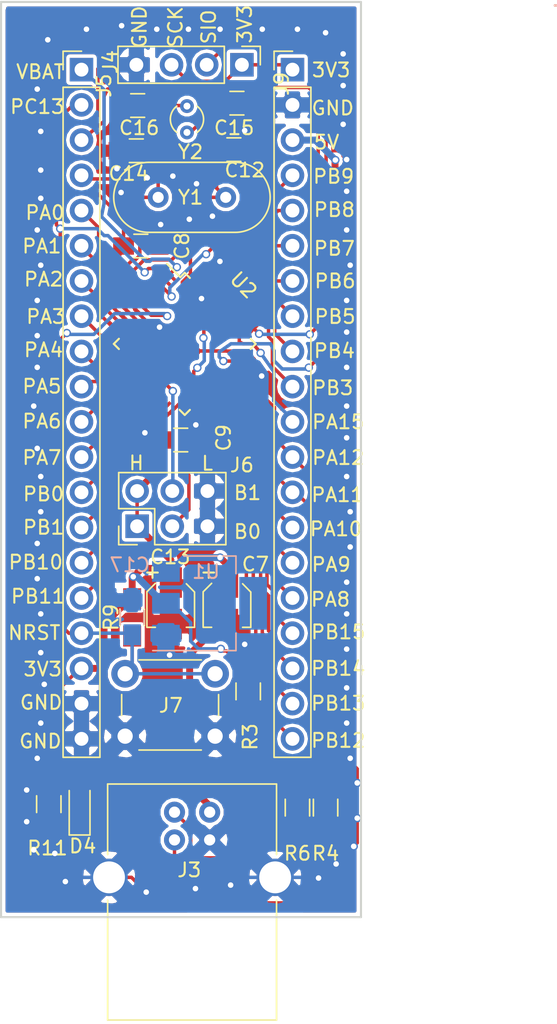
<source format=kicad_pcb>
(kicad_pcb (version 4) (host pcbnew 4.0.7)
  (layers (0 F.Cu signal) (31 B.Cu signal) (34 B.Paste user) (35 F.Paste user) (36 B.SilkS user) (37 F.SilkS user) (38 B.Mask user) (39 F.Mask user) (44 Edge.Cuts user))
  (net 0 "")
  (net 1 PC13)
  (net 2 GNDB)
  (net 3 OSCIN)
  (net 4 OSCOUT)
  (net 5 OSC32IN)
  (net 6 OSC32OUT)
  (net 7 NRST)
  (net 8 "Net-(J3-Pad2)")
  (net 9 "Net-(J3-Pad3)")
  (net 10 3V3B)
  (net 11 PA13)
  (net 12 PA14)
  (net 13 VBAT)
  (net 14 5VB)
  (net 15 PB9)
  (net 16 PA0)
  (net 17 PB8)
  (net 18 PA1)
  (net 19 PB7)
  (net 20 PA2)
  (net 21 PB5)
  (net 22 PA3)
  (net 23 PA4)
  (net 24 PB4)
  (net 25 PA5)
  (net 26 PB3)
  (net 27 PA6)
  (net 28 PA15)
  (net 29 PA7)
  (net 30 PA12)
  (net 31 PB0)
  (net 32 PA11)
  (net 33 PB1)
  (net 34 PA10)
  (net 35 PB10)
  (net 36 PA9)
  (net 37 PB11)
  (net 38 PA8)
  (net 39 PB15)
  (net 40 PB14)
  (net 41 PB13)
  (net 42 PB12)
  (net 43 BOOT0)
  (net 44 PB2)
  (net 45 PB6)
  (net 46 "Net-(D4-Pad1)")
  (module Housings_QFP:LQFP-48_7x7mm_Pitch0.5mm (layer F.Cu) (at 68.568 53.936 315)
    (fp_text reference U2 (at 0 -6 315) (layer F.SilkS))
    (fp_text value STM32F103C8T6)
    (pad 1 smd rect (at -4.35 -2.75 315) (size 1.3 0.25) (layers F.Cu F.Paste F.Mask) (net 13 VBAT))
    (pad 2 smd rect (at -4.35 -2.25 315) (size 1.3 0.25) (layers F.Cu F.Paste F.Mask) (net 1 PC13))
    (pad 3 smd rect (at -4.35 -1.75 315) (size 1.3 0.25) (layers F.Cu F.Paste F.Mask) (net 5 OSC32IN))
    (pad 4 smd rect (at -4.35 -1.25 315) (size 1.3 0.25) (layers F.Cu F.Paste F.Mask) (net 6 OSC32OUT))
    (pad 5 smd rect (at -4.35 -0.75 315) (size 1.3 0.25) (layers F.Cu F.Paste F.Mask) (net 3 OSCIN))
    (pad 6 smd rect (at -4.35 -0.25 315) (size 1.3 0.25) (layers F.Cu F.Paste F.Mask) (net 4 OSCOUT))
    (pad 7 smd rect (at -4.35 0.25 315) (size 1.3 0.25) (layers F.Cu F.Paste F.Mask) (net 7 NRST))
    (pad 8 smd rect (at -4.35 0.75 315) (size 1.3 0.25) (layers F.Cu F.Paste F.Mask) (net 2 GNDB))
    (pad 9 smd rect (at -4.35 1.25 315) (size 1.3 0.25) (layers F.Cu F.Paste F.Mask) (net 10 3V3B))
    (pad 10 smd rect (at -4.35 1.75 315) (size 1.3 0.25) (layers F.Cu F.Paste F.Mask) (net 16 PA0))
    (pad 11 smd rect (at -4.35 2.25 315) (size 1.3 0.25) (layers F.Cu F.Paste F.Mask) (net 18 PA1))
    (pad 12 smd rect (at -4.35 2.75 315) (size 1.3 0.25) (layers F.Cu F.Paste F.Mask) (net 20 PA2))
    (pad 13 smd rect (at -2.75 4.35 45) (size 1.3 0.25) (layers F.Cu F.Paste F.Mask) (net 22 PA3))
    (pad 14 smd rect (at -2.25 4.35 45) (size 1.3 0.25) (layers F.Cu F.Paste F.Mask) (net 23 PA4))
    (pad 15 smd rect (at -1.75 4.35 45) (size 1.3 0.25) (layers F.Cu F.Paste F.Mask) (net 25 PA5))
    (pad 16 smd rect (at -1.25 4.35 45) (size 1.3 0.25) (layers F.Cu F.Paste F.Mask) (net 27 PA6))
    (pad 17 smd rect (at -0.75 4.35 45) (size 1.3 0.25) (layers F.Cu F.Paste F.Mask) (net 29 PA7))
    (pad 18 smd rect (at -0.25 4.35 45) (size 1.3 0.25) (layers F.Cu F.Paste F.Mask) (net 31 PB0))
    (pad 19 smd rect (at 0.25 4.35 45) (size 1.3 0.25) (layers F.Cu F.Paste F.Mask) (net 33 PB1))
    (pad 20 smd rect (at 0.75 4.35 45) (size 1.3 0.25) (layers F.Cu F.Paste F.Mask) (net 44 PB2))
    (pad 21 smd rect (at 1.25 4.35 45) (size 1.3 0.25) (layers F.Cu F.Paste F.Mask) (net 35 PB10))
    (pad 22 smd rect (at 1.75 4.35 45) (size 1.3 0.25) (layers F.Cu F.Paste F.Mask) (net 37 PB11))
    (pad 23 smd rect (at 2.25 4.35 45) (size 1.3 0.25) (layers F.Cu F.Paste F.Mask) (net 2 GNDB))
    (pad 24 smd rect (at 2.75 4.35 45) (size 1.3 0.25) (layers F.Cu F.Paste F.Mask) (net 10 3V3B))
    (pad 25 smd rect (at 4.35 2.75 315) (size 1.3 0.25) (layers F.Cu F.Paste F.Mask) (net 42 PB12))
    (pad 26 smd rect (at 4.35 2.25 315) (size 1.3 0.25) (layers F.Cu F.Paste F.Mask) (net 41 PB13))
    (pad 27 smd rect (at 4.35 1.75 315) (size 1.3 0.25) (layers F.Cu F.Paste F.Mask) (net 40 PB14))
    (pad 28 smd rect (at 4.35 1.25 315) (size 1.3 0.25) (layers F.Cu F.Paste F.Mask) (net 39 PB15))
    (pad 29 smd rect (at 4.35 0.75 315) (size 1.3 0.25) (layers F.Cu F.Paste F.Mask) (net 38 PA8))
    (pad 30 smd rect (at 4.35 0.25 315) (size 1.3 0.25) (layers F.Cu F.Paste F.Mask) (net 36 PA9))
    (pad 31 smd rect (at 4.35 -0.25 315) (size 1.3 0.25) (layers F.Cu F.Paste F.Mask) (net 34 PA10))
    (pad 32 smd rect (at 4.35 -0.75 315) (size 1.3 0.25) (layers F.Cu F.Paste F.Mask) (net 32 PA11))
    (pad 33 smd rect (at 4.35 -1.25 315) (size 1.3 0.25) (layers F.Cu F.Paste F.Mask) (net 30 PA12))
    (pad 34 smd rect (at 4.35 -1.75 315) (size 1.3 0.25) (layers F.Cu F.Paste F.Mask) (net 11 PA13))
    (pad 35 smd rect (at 4.35 -2.25 315) (size 1.3 0.25) (layers F.Cu F.Paste F.Mask) (net 2 GNDB))
    (pad 36 smd rect (at 4.35 -2.75 315) (size 1.3 0.25) (layers F.Cu F.Paste F.Mask) (net 10 3V3B))
    (pad 37 smd rect (at 2.75 -4.35 45) (size 1.3 0.25) (layers F.Cu F.Paste F.Mask) (net 12 PA14))
    (pad 38 smd rect (at 2.25 -4.35 45) (size 1.3 0.25) (layers F.Cu F.Paste F.Mask) (net 28 PA15))
    (pad 39 smd rect (at 1.75 -4.35 45) (size 1.3 0.25) (layers F.Cu F.Paste F.Mask) (net 26 PB3))
    (pad 40 smd rect (at 1.25 -4.35 45) (size 1.3 0.25) (layers F.Cu F.Paste F.Mask) (net 24 PB4))
    (pad 41 smd rect (at 0.75 -4.35 45) (size 1.3 0.25) (layers F.Cu F.Paste F.Mask) (net 21 PB5))
    (pad 42 smd rect (at 0.25 -4.35 45) (size 1.3 0.25) (layers F.Cu F.Paste F.Mask) (net 45 PB6))
    (pad 43 smd rect (at -0.25 -4.35 45) (size 1.3 0.25) (layers F.Cu F.Paste F.Mask) (net 19 PB7))
    (pad 44 smd rect (at -0.75 -4.35 45) (size 1.3 0.25) (layers F.Cu F.Paste F.Mask) (net 43 BOOT0))
    (pad 45 smd rect (at -1.25 -4.35 45) (size 1.3 0.25) (layers F.Cu F.Paste F.Mask) (net 17 PB8))
    (pad 46 smd rect (at -1.75 -4.35 45) (size 1.3 0.25) (layers F.Cu F.Paste F.Mask) (net 15 PB9))
    (pad 47 smd rect (at -2.25 -4.35 45) (size 1.3 0.25) (layers F.Cu F.Paste F.Mask) (net 2 GNDB))
    (pad 48 smd rect (at -2.75 -4.35 45) (size 1.3 0.25) (layers F.Cu F.Paste F.Mask) (net 10 3V3B))
  )
  (module Capacitors_SMD:C_0805_HandSoldering (layer F.Cu) (at 65.398 46.876 180)
    (fp_text reference C8 (at -2.97 0 270) (layer F.SilkS))
    (fp_text value "0.1 uF")
    (pad 1 smd rect (at -1.25 0 180) (size 1.5 1.25) (layers F.Cu F.Paste F.Mask) (net 2 GNDB))
    (pad 2 smd rect (at 1.25 0 180) (size 1.5 1.25) (layers F.Cu F.Paste F.Mask) (net 10 3V3B))
  )
  (module Crystals:Crystal_Round_d2.0mm_Vertical (layer F.Cu) (at 68.728 36.786 270)
    (fp_text reference Y2 (at 3.302 -0.254 360) (layer F.SilkS))
    (fp_text value Crystal)
    (pad 1 thru_hole circle (at 0 0 270) (size 1 1) (drill 0.5) (layers *.Cu *.Mask) (net 6 OSC32OUT))
    (pad 2 thru_hole circle (at 1.9 0 270) (size 1 1) (drill 0.5) (layers *.Cu *.Mask) (net 5 OSC32IN))
  )
  (module Crystals:Crystal_HC49-U_Vertical (layer F.Cu) (at 71.528 43.366 180)
    (fp_text reference Y1 (at 2.54 0 180) (layer F.SilkS))
    (fp_text value "8 MHz")
    (pad 1 thru_hole circle (at 0 0 180) (size 1.5 1.5) (drill 0.8) (layers *.Cu *.Mask) (net 3 OSCIN))
    (pad 2 thru_hole circle (at 4.88 0 180) (size 1.5 1.5) (drill 0.8) (layers *.Cu *.Mask) (net 4 OSCOUT))
  )
  (module Capacitors_SMD:C_0805_HandSoldering (layer F.Cu) (at 65.068 40.006 180)
    (fp_text reference C14 (at 0.552 -1.65 180) (layer F.SilkS))
    (fp_text value "20 pF")
    (pad 1 smd rect (at -1.25 0 180) (size 1.5 1.25) (layers F.Cu F.Paste F.Mask) (net 4 OSCOUT))
    (pad 2 smd rect (at 1.25 0 180) (size 1.5 1.25) (layers F.Cu F.Paste F.Mask) (net 2 GNDB))
  )
  (module Pin_Headers:Pin_Header_Straight_1x20_Pitch2.54mm (layer F.Cu) (at 61.11 34.158)
    (fp_text reference J5 (at 1.628 1.148 270) (layer F.SilkS))
    (fp_text value Conn_01x20)
    (pad 1 thru_hole rect (at 0 0) (size 1.7 1.7) (drill 1) (layers *.Cu *.Mask) (net 13 VBAT))
    (pad 2 thru_hole oval (at 0 2.54) (size 1.7 1.7) (drill 1) (layers *.Cu *.Mask) (net 1 PC13))
    (pad 3 thru_hole oval (at 0 5.08) (size 1.7 1.7) (drill 1) (layers *.Cu *.Mask) (net 5 OSC32IN))
    (pad 4 thru_hole oval (at 0 7.62) (size 1.7 1.7) (drill 1) (layers *.Cu *.Mask) (net 6 OSC32OUT))
    (pad 5 thru_hole oval (at 0 10.16) (size 1.7 1.7) (drill 1) (layers *.Cu *.Mask) (net 16 PA0))
    (pad 6 thru_hole oval (at 0 12.7) (size 1.7 1.7) (drill 1) (layers *.Cu *.Mask) (net 18 PA1))
    (pad 7 thru_hole oval (at 0 15.24) (size 1.7 1.7) (drill 1) (layers *.Cu *.Mask) (net 20 PA2))
    (pad 8 thru_hole oval (at 0 17.78) (size 1.7 1.7) (drill 1) (layers *.Cu *.Mask) (net 22 PA3))
    (pad 9 thru_hole oval (at 0 20.32) (size 1.7 1.7) (drill 1) (layers *.Cu *.Mask) (net 23 PA4))
    (pad 10 thru_hole oval (at 0 22.86) (size 1.7 1.7) (drill 1) (layers *.Cu *.Mask) (net 25 PA5))
    (pad 11 thru_hole oval (at 0 25.4) (size 1.7 1.7) (drill 1) (layers *.Cu *.Mask) (net 27 PA6))
    (pad 12 thru_hole oval (at 0 27.94) (size 1.7 1.7) (drill 1) (layers *.Cu *.Mask) (net 29 PA7))
    (pad 13 thru_hole oval (at 0 30.48) (size 1.7 1.7) (drill 1) (layers *.Cu *.Mask) (net 31 PB0))
    (pad 14 thru_hole oval (at 0 33.02) (size 1.7 1.7) (drill 1) (layers *.Cu *.Mask) (net 33 PB1))
    (pad 15 thru_hole oval (at 0 35.56) (size 1.7 1.7) (drill 1) (layers *.Cu *.Mask) (net 35 PB10))
    (pad 16 thru_hole oval (at 0 38.1) (size 1.7 1.7) (drill 1) (layers *.Cu *.Mask) (net 37 PB11))
    (pad 17 thru_hole oval (at 0 40.64) (size 1.7 1.7) (drill 1) (layers *.Cu *.Mask) (net 7 NRST))
    (pad 18 thru_hole oval (at 0 43.18) (size 1.7 1.7) (drill 1) (layers *.Cu *.Mask) (net 10 3V3B))
    (pad 19 thru_hole oval (at 0 45.72) (size 1.7 1.7) (drill 1) (layers *.Cu *.Mask) (net 2 GNDB))
    (pad 20 thru_hole oval (at 0 48.26) (size 1.7 1.7) (drill 1) (layers *.Cu *.Mask) (net 2 GNDB))
  )
  (module Pin_Headers:Pin_Header_Straight_1x20_Pitch2.54mm (layer F.Cu) (at 76.35 34.158)
    (fp_text reference J9 (at -0.785 1.021 90) (layer F.SilkS))
    (fp_text value Conn_01x20)
    (pad 1 thru_hole rect (at 0 0) (size 1.7 1.7) (drill 1) (layers *.Cu *.Mask) (net 10 3V3B))
    (pad 2 thru_hole oval (at 0 2.54) (size 1.7 1.7) (drill 1) (layers *.Cu *.Mask) (net 2 GNDB))
    (pad 3 thru_hole oval (at 0 5.08) (size 1.7 1.7) (drill 1) (layers *.Cu *.Mask) (net 14 5VB))
    (pad 4 thru_hole oval (at 0 7.62) (size 1.7 1.7) (drill 1) (layers *.Cu *.Mask) (net 15 PB9))
    (pad 5 thru_hole oval (at 0 10.16) (size 1.7 1.7) (drill 1) (layers *.Cu *.Mask) (net 17 PB8))
    (pad 6 thru_hole oval (at 0 12.7) (size 1.7 1.7) (drill 1) (layers *.Cu *.Mask) (net 19 PB7))
    (pad 7 thru_hole oval (at 0 15.24) (size 1.7 1.7) (drill 1) (layers *.Cu *.Mask) (net 45 PB6))
    (pad 8 thru_hole oval (at 0 17.78) (size 1.7 1.7) (drill 1) (layers *.Cu *.Mask) (net 21 PB5))
    (pad 9 thru_hole oval (at 0 20.32) (size 1.7 1.7) (drill 1) (layers *.Cu *.Mask) (net 24 PB4))
    (pad 10 thru_hole oval (at 0 22.86) (size 1.7 1.7) (drill 1) (layers *.Cu *.Mask) (net 26 PB3))
    (pad 11 thru_hole oval (at 0 25.4) (size 1.7 1.7) (drill 1) (layers *.Cu *.Mask) (net 28 PA15))
    (pad 12 thru_hole oval (at 0 27.94) (size 1.7 1.7) (drill 1) (layers *.Cu *.Mask) (net 30 PA12))
    (pad 13 thru_hole oval (at 0 30.48) (size 1.7 1.7) (drill 1) (layers *.Cu *.Mask) (net 32 PA11))
    (pad 14 thru_hole oval (at 0 33.02) (size 1.7 1.7) (drill 1) (layers *.Cu *.Mask) (net 34 PA10))
    (pad 15 thru_hole oval (at 0 35.56) (size 1.7 1.7) (drill 1) (layers *.Cu *.Mask) (net 36 PA9))
    (pad 16 thru_hole oval (at 0 38.1) (size 1.7 1.7) (drill 1) (layers *.Cu *.Mask) (net 38 PA8))
    (pad 17 thru_hole oval (at 0 40.64) (size 1.7 1.7) (drill 1) (layers *.Cu *.Mask) (net 39 PB15))
    (pad 18 thru_hole oval (at 0 43.18) (size 1.7 1.7) (drill 1) (layers *.Cu *.Mask) (net 40 PB14))
    (pad 19 thru_hole oval (at 0 45.72) (size 1.7 1.7) (drill 1) (layers *.Cu *.Mask) (net 41 PB13))
    (pad 20 thru_hole oval (at 0 48.26) (size 1.7 1.7) (drill 1) (layers *.Cu *.Mask) (net 42 PB12))
  )
  (module Pin_Headers:Pin_Header_Straight_1x04_Pitch2.54mm (layer F.Cu) (at 72.6948 33.8074 270)
    (fp_text reference J4 (at -0.2032 9.4996 450) (layer F.SilkS))
    (fp_text value Conn_01x04)
    (pad 1 thru_hole rect (at 0 0 270) (size 1.7 1.7) (drill 1) (layers *.Cu *.Mask) (net 10 3V3B))
    (pad 2 thru_hole oval (at 0 2.54 270) (size 1.7 1.7) (drill 1) (layers *.Cu *.Mask) (net 11 PA13))
    (pad 3 thru_hole oval (at 0 5.08 270) (size 1.7 1.7) (drill 1) (layers *.Cu *.Mask) (net 12 PA14))
    (pad 4 thru_hole oval (at 0 7.62 270) (size 1.7 1.7) (drill 1) (layers *.Cu *.Mask) (net 2 GNDB))
  )
  (module Connectors:USB_B (layer F.Cu) (at 70.368 87.706 270)
    (fp_text reference J3 (at 4.17 1.47 360) (layer F.SilkS))
    (fp_text value USB_B)
    (pad 2 thru_hole circle (at 0 2.54 180) (size 1.52 1.52) (drill 0.81) (layers *.Cu *.Mask) (net 8 "Net-(J3-Pad2)"))
    (pad 1 thru_hole circle (at 0 0 180) (size 1.52 1.52) (drill 0.81) (layers *.Cu *.Mask) (net 14 5VB))
    (pad 4 thru_hole circle (at 2 0 180) (size 1.52 1.52) (drill 0.81) (layers *.Cu *.Mask) (net 2 GNDB))
    (pad 3 thru_hole circle (at 2 2.54 180) (size 1.52 1.52) (drill 0.81) (layers *.Cu *.Mask) (net 9 "Net-(J3-Pad3)"))
    (pad 5 thru_hole circle (at 4.7 7.27 180) (size 2.7 2.7) (drill 2.3) (layers *.Cu *.Mask) (net 2 GNDB))
    (pad 5 thru_hole circle (at 4.7 -4.73 180) (size 2.7 2.7) (drill 2.3) (layers *.Cu *.Mask) (net 2 GNDB))
  )
  (module Pin_Headers:Pin_Header_Straight_2x03_Pitch2.54mm (layer F.Cu) (at 65.128 67.086 90)
    (fp_text reference J6 (at 4.41 7.57 180) (layer F.SilkS))
    (fp_text value Conn_02x03_Odd_Even)
    (pad 1 thru_hole rect (at 0 0 90) (size 1.7 1.7) (drill 1) (layers *.Cu *.Mask) (net 10 3V3B))
    (pad 2 thru_hole oval (at 2.54 0 90) (size 1.7 1.7) (drill 1) (layers *.Cu *.Mask) (net 10 3V3B))
    (pad 3 thru_hole oval (at 0 2.54 90) (size 1.7 1.7) (drill 1) (layers *.Cu *.Mask) (net 43 BOOT0))
    (pad 4 thru_hole oval (at 2.54 2.54 90) (size 1.7 1.7) (drill 1) (layers *.Cu *.Mask) (net 44 PB2))
    (pad 5 thru_hole oval (at 0 5.08 90) (size 1.7 1.7) (drill 1) (layers *.Cu *.Mask) (net 2 GNDB))
    (pad 6 thru_hole oval (at 2.54 5.08 90) (size 1.7 1.7) (drill 1) (layers *.Cu *.Mask) (net 2 GNDB))
  )
  (module Buttons_Switches_THT:SW_PUSH_6mm (layer F.Cu) (at 64.262 77.724)
    (fp_text reference J7 (at 3.302 2.286) (layer F.SilkS))
    (fp_text value Conn_01x02)
    (pad 2 thru_hole circle (at 0 4.5 90) (size 2 2) (drill 1.1) (layers *.Cu *.Mask) (net 2 GNDB))
    (pad 1 thru_hole circle (at 0 0 90) (size 2 2) (drill 1.1) (layers *.Cu *.Mask) (net 7 NRST))
    (pad 2 thru_hole circle (at 6.5 4.5 90) (size 2 2) (drill 1.1) (layers *.Cu *.Mask) (net 2 GNDB))
    (pad 1 thru_hole circle (at 6.5 0 90) (size 2 2) (drill 1.1) (layers *.Cu *.Mask) (net 7 NRST))
  )
  (module Capacitors_SMD:CP_Elec_3x5.3 (layer F.Cu) (at 71.628 72.644 270)
    (fp_text reference C7 (at -2.818 -2.045 360) (layer F.SilkS))
    (fp_text value "1 uF")
    (fp_text user + (at -2.22 1.4 270) (layer F.SilkS))
    (pad 2 smd rect (at 1.5 0 270) (size 2.2 1.6) (layers F.Cu F.Paste F.Mask) (net 2 GNDB))
    (pad 1 smd rect (at -1.5 0 270) (size 2.2 1.6) (layers F.Cu F.Paste F.Mask) (net 14 5VB))
  )
  (module Capacitors_SMD:C_0805_HandSoldering (layer F.Cu) (at 72.118 39.926)
    (fp_text reference C12 (at 0.78 1.476) (layer F.SilkS))
    (fp_text value "20 pF")
    (pad 1 smd rect (at -1.25 0) (size 1.5 1.25) (layers F.Cu F.Paste F.Mask) (net 3 OSCIN))
    (pad 2 smd rect (at 1.25 0) (size 1.5 1.25) (layers F.Cu F.Paste F.Mask) (net 2 GNDB))
  )
  (module Capacitors_SMD:CP_Elec_3x5.3 (layer F.Cu) (at 67.564 72.644 270)
    (fp_text reference C13 (at -3.343 0.041 360) (layer F.SilkS))
    (fp_text value "1 uF")
    (fp_text user + (at -2.22 1.4 270) (layer F.SilkS))
    (pad 2 smd rect (at 1.5 0 270) (size 2.2 1.6) (layers F.Cu F.Paste F.Mask) (net 2 GNDB))
    (pad 1 smd rect (at -1.5 0 270) (size 2.2 1.6) (layers F.Cu F.Paste F.Mask) (net 10 3V3B))
  )
  (module Capacitors_SMD:C_0805_HandSoldering (layer F.Cu) (at 72.338 36.576)
    (fp_text reference C15 (at -0.202 1.778) (layer F.SilkS))
    (fp_text value "20 pF")
    (pad 1 smd rect (at -1.25 0) (size 1.5 1.25) (layers F.Cu F.Paste F.Mask) (net 5 OSC32IN))
    (pad 2 smd rect (at 1.25 0) (size 1.5 1.25) (layers F.Cu F.Paste F.Mask) (net 2 GNDB))
  )
  (module Capacitors_SMD:C_0805_HandSoldering (layer F.Cu) (at 65.168 36.746 180)
    (fp_text reference C16 (at -0.11 -1.608 180) (layer F.SilkS))
    (fp_text value "20 pF")
    (pad 1 smd rect (at -1.25 0 180) (size 1.5 1.25) (layers F.Cu F.Paste F.Mask) (net 6 OSC32OUT))
    (pad 2 smd rect (at 1.25 0 180) (size 1.5 1.25) (layers F.Cu F.Paste F.Mask) (net 2 GNDB))
  )
  (module Resistors_SMD:R_0805_HandSoldering (layer F.Cu) (at 73.152 78.994 270)
    (fp_text reference R3 (at 3.282 -0.146 270) (layer F.SilkS))
    (fp_text value 1.5k)
    (pad 1 smd rect (at -1.35 0 270) (size 1.5 1.3) (layers F.Cu F.Paste F.Mask) (net 10 3V3B))
    (pad 2 smd rect (at 1.35 0 270) (size 1.5 1.3) (layers F.Cu F.Paste F.Mask) (net 9 "Net-(J3-Pad3)"))
  )
  (module Resistors_SMD:R_0805_HandSoldering (layer F.Cu) (at 78.74 87.376 270)
    (fp_text reference R4 (at 3.302 0 360) (layer F.SilkS))
    (fp_text value 22R)
    (pad 1 smd rect (at -1.35 0 270) (size 1.5 1.3) (layers F.Cu F.Paste F.Mask) (net 30 PA12))
    (pad 2 smd rect (at 1.35 0 270) (size 1.5 1.3) (layers F.Cu F.Paste F.Mask) (net 9 "Net-(J3-Pad3)"))
  )
  (module Resistors_SMD:R_0805_HandSoldering (layer F.Cu) (at 76.708 87.376 270)
    (fp_text reference R6 (at 3.302 0 360) (layer F.SilkS))
    (fp_text value 22R)
    (pad 1 smd rect (at -1.35 0 270) (size 1.5 1.3) (layers F.Cu F.Paste F.Mask) (net 32 PA11))
    (pad 2 smd rect (at 1.35 0 270) (size 1.5 1.3) (layers F.Cu F.Paste F.Mask) (net 8 "Net-(J3-Pad2)"))
  )
  (module Resistors_SMD:R_0805_HandSoldering (layer F.Cu) (at 58.748 87.126 270)
    (fp_text reference R11 (at 3.175 0.1 360) (layer F.SilkS))
    (fp_text value 470R)
    (pad 1 smd rect (at -1.35 0 270) (size 1.5 1.3) (layers F.Cu F.Paste F.Mask) (net 1 PC13))
    (pad 2 smd rect (at 1.35 0 270) (size 1.5 1.3) (layers F.Cu F.Paste F.Mask) (net 46 "Net-(D4-Pad1)"))
  )
  (module TO_SOT_Packages_SMD:SOT-223 (layer B.Cu) (at 70.358 72.644)
    (fp_text reference U1 (at -0.254 -2.286) (layer B.SilkS) (effects (justify mirror)))
    (fp_text value AMS1117-3V3)
    (pad 4 smd rect (at 3.15 0) (size 2 3.8) (layers B.Cu B.Paste B.Mask))
    (pad 2 smd rect (at -3.15 0) (size 2 1.5) (layers B.Cu B.Paste B.Mask) (net 10 3V3B))
    (pad 3 smd rect (at -3.15 -2.3) (size 2 1.5) (layers B.Cu B.Paste B.Mask) (net 14 5VB))
    (pad 1 smd rect (at -3.15 2.3) (size 2 1.5) (layers B.Cu B.Paste B.Mask) (net 2 GNDB))
  )
  (module Capacitors_SMD:C_0805_HandSoldering (layer F.Cu) (at 68.278 60.866 180)
    (fp_text reference C9 (at -3.096 0.16 270) (layer F.SilkS))
    (fp_text value "0.1 uF")
    (pad 1 smd rect (at -1.25 0 180) (size 1.5 1.25) (layers F.Cu F.Paste F.Mask) (net 2 GNDB))
    (pad 2 smd rect (at 1.25 0 180) (size 1.5 1.25) (layers F.Cu F.Paste F.Mask) (net 10 3V3B))
  )
  (module Capacitors_SMD:C_0805_HandSoldering (layer B.Cu) (at 64.77 73.66 90)
    (fp_text reference C17 (at 3.784 -0.172 180) (layer B.SilkS) (effects (justify mirror)))
    (fp_text value "10 nF")
    (pad 1 smd rect (at -1.25 0 90) (size 1.5 1.25) (layers B.Cu B.Paste B.Mask) (net 7 NRST))
    (pad 2 smd rect (at 1.25 0 90) (size 1.5 1.25) (layers B.Cu B.Paste B.Mask) (net 2 GNDB))
  )
  (module LEDs:LED_0805_HandSoldering (layer F.Cu) (at 60.973 87.151 90)
    (fp_text reference D4 (at -3 0.225 180) (layer F.SilkS))
    (fp_text value LED)
    (pad 1 smd rect (at -1.35 0 90) (size 1.5 1.3) (layers F.Cu F.Paste F.Mask) (net 46 "Net-(D4-Pad1)"))
    (pad 2 smd rect (at 1.35 0 90) (size 1.5 1.3) (layers F.Cu F.Paste F.Mask) (net 10 3V3B))
  )
  (module Resistors_SMD:R_0805_HandSoldering (layer F.Cu) (at 64.77 73.66 270)
    (fp_text reference R9 (at 0 1.524 450) (layer F.SilkS))
    (fp_text value 1.5k)
    (pad 1 smd rect (at -1.35 0 270) (size 1.5 1.3) (layers F.Cu F.Paste F.Mask) (net 10 3V3B))
    (pad 2 smd rect (at 1.35 0 270) (size 1.5 1.3) (layers F.Cu F.Paste F.Mask) (net 7 NRST))
  )
  (gr_line (start 55.298 95.276) (end 55.298 29.276) (angle 90) (layer Edge.Cuts) (width 0.15))
  (gr_line (start 81.298 95.276) (end 55.298 95.276) (angle 90) (layer Edge.Cuts) (width 0.15))
  (gr_line (start 81.298 29.276) (end 81.298 95.276) (angle 90) (layer Edge.Cuts) (width 0.15))
  (gr_line (start 55.298 29.276) (end 81.298 29.276) (angle 90) (layer Edge.Cuts) (width 0.15))
  (gr_line (start 95.3135 29.5275) (end 95.377 29.5275) (angle 90) (layer B.SilkS) (width 0.2))
  (gr_text B1 (at 73.098 64.676) (layer F.SilkS) (effects (font (size 1 1))))
  (gr_text B0 (at 73.098 67.476) (layer F.SilkS) (effects (font (size 1 1))))
  (gr_text L (at 70.198 62.551) (layer F.SilkS) (effects (font (size 1 1))))
  (gr_text H (at 65.073 62.526) (layer F.SilkS) (effects (font (size 1 1))))
  (gr_text SCK (at 67.898 31.076 90) (layer F.SilkS) (effects (font (size 1 1))))
  (gr_text SIO (at 70.298 31.076 90) (layer F.SilkS) (effects (font (size 1 1))))
  (gr_text GND (at 65.298 31.076 90) (layer F.SilkS) (effects (font (size 1 1))))
  (gr_text 3V3 (at 72.898 30.876 90) (layer F.SilkS) (effects (font (size 1 1))))
  (gr_text 3V3 (at 79.1464 34.1884) (layer F.SilkS) (effects (font (size 1 1))))
  (gr_text GND (at 79.2607 36.9316) (layer F.SilkS) (effects (font (size 1 1))))
  (gr_text 5V (at 78.8162 39.3954) (layer F.SilkS) (effects (font (size 1 1))))
  (gr_text PB9 (at 79.3242 41.8592) (layer F.SilkS) (effects (font (size 1 1))))
  (gr_text PB8 (at 79.375 44.2595) (layer F.SilkS) (effects (font (size 1 1))))
  (gr_text PB7 (at 79.375 47.0535) (layer F.SilkS) (effects (font (size 1 1))))
  (gr_text PB6 (at 79.4258 49.403) (layer F.SilkS) (effects (font (size 1 1))))
  (gr_text PB5 (at 79.4258 51.9684) (layer F.SilkS) (effects (font (size 1 1))))
  (gr_text PB4 (at 79.375 54.4322) (layer F.SilkS) (effects (font (size 1 1))))
  (gr_text PB3 (at 79.2607 57.1119) (layer F.SilkS) (effects (font (size 1 1))))
  (gr_text PA15 (at 79.6544 59.563) (layer F.SilkS) (effects (font (size 1 1))))
  (gr_text PA12 (at 79.6544 62.1411) (layer F.SilkS) (effects (font (size 1 1))))
  (gr_text PA11 (at 79.6036 64.8208) (layer F.SilkS) (effects (font (size 1 1))))
  (gr_text PA10 (at 79.4893 67.2846) (layer F.SilkS) (effects (font (size 1 1))))
  (gr_text PA9 (at 79.1464 69.85) (layer F.SilkS) (effects (font (size 1 1))))
  (gr_text PA8 (at 79.0956 72.3646) (layer F.SilkS) (effects (font (size 1 1))))
  (gr_text PB15 (at 79.6544 74.7141) (layer F.SilkS) (effects (font (size 1 1))))
  (gr_text PB14 (at 79.6544 77.343) (layer F.SilkS) (effects (font (size 1 1))))
  (gr_text PB13 (at 79.6544 79.8576) (layer F.SilkS) (effects (font (size 1 1))))
  (gr_text PB12 (at 79.6544 82.5373) (layer F.SilkS) (effects (font (size 1 1))))
  (gr_text GND (at 58.1406 82.59064) (layer F.SilkS) (effects (font (size 1 1))))
  (gr_text GND (at 58.19648 79.79664) (layer F.SilkS) (effects (font (size 1 1))))
  (gr_text 3V3 (at 58.30824 77.3938) (layer F.SilkS) (effects (font (size 1 1))))
  (gr_text NRST (at 57.69356 74.76744) (layer F.SilkS) (effects (font (size 1 1))))
  (gr_text PB11 (at 57.97296 72.14108) (layer F.SilkS) (effects (font (size 1 1))))
  (gr_text PB10 (at 57.80532 69.68236) (layer F.SilkS) (effects (font (size 1 1))))
  (gr_text PB1 (at 58.36412 67.16776) (layer F.SilkS) (effects (font (size 1 1))))
  (gr_text PB0 (at 58.36412 64.76492) (layer F.SilkS) (effects (font (size 1 1))))
  (gr_text PA7 (at 58.25236 62.13856) (layer F.SilkS) (effects (font (size 1 1))))
  (gr_text PA6 (at 58.25236 59.5122) (layer F.SilkS) (effects (font (size 1 1))))
  (gr_text PA5 (at 58.25236 56.9976) (layer F.SilkS) (effects (font (size 1 1))))
  (gr_text PA4 (at 58.36412 54.37124) (layer F.SilkS) (effects (font (size 1 1))))
  (gr_text PA3 (at 58.53176 51.9684) (layer F.SilkS) (effects (font (size 1 1))))
  (gr_text PA2 (at 58.3692 49.276) (layer F.SilkS) (effects (font (size 1 1))))
  (gr_text PA1 (at 58.2422 46.8884) (layer F.SilkS) (effects (font (size 1 1))))
  (gr_text PA0 (at 58.4708 44.4754) (layer F.SilkS) (effects (font (size 1 1))))
  (gr_text PC13 (at 57.912 36.83) (layer F.SilkS) (effects (font (size 1 1))))
  (gr_text VBAT (at 58.1406 34.3154) (layer F.SilkS) (effects (font (size 1 1))))
  (segment (start 59.072998 84.101) (end 59.072998 85.451002) (width 0.25) (layer F.Cu) (net 1))
  (segment (start 59.072998 85.451002) (end 58.748 85.776) (width 0.25) (layer F.Cu) (net 1))
  (segment (start 59.573 45.626) (end 59.573 52.451) (width 0.25) (layer F.Cu) (net 1))
  (segment (start 59.072998 52.951002) (end 59.072998 84.101) (width 0.25) (layer F.Cu) (net 1))
  (segment (start 59.072998 84.101) (end 59.072998 84.321002) (width 0.25) (layer F.Cu) (net 1))
  (segment (start 59.573 52.451) (end 59.072998 52.951002) (width 0.25) (layer F.Cu) (net 1))
  (segment (start 67.083076 49.269095) (end 67.083076 49.211076) (width 0.25) (layer F.Cu) (net 1))
  (segment (start 67.083076 49.211076) (end 66.373 48.501) (width 0.25) (layer F.Cu) (net 1))
  (segment (start 66.373 48.501) (end 65.948 48.501) (width 0.25) (layer F.Cu) (net 1))
  (segment (start 65.948 48.501) (end 65.673 48.776) (width 0.25) (layer F.Cu) (net 1))
  (via (at 65.673 48.776) (size 0.6) (drill 0.4) (layers F.Cu B.Cu) (net 1))
  (segment (start 65.673 48.776) (end 63.023 46.126) (width 0.25) (layer B.Cu) (net 1))
  (segment (start 63.023 46.126) (end 62.748 46.126) (width 0.25) (layer B.Cu) (net 1))
  (segment (start 62.748 46.126) (end 62.248 45.626) (width 0.25) (layer B.Cu) (net 1))
  (segment (start 62.248 45.626) (end 59.573 45.626) (width 0.25) (layer B.Cu) (net 1))
  (via (at 59.573 45.626) (size 0.6) (drill 0.4) (layers F.Cu B.Cu) (net 1))
  (segment (start 59.573 45.626) (end 59.298 45.351) (width 0.25) (layer F.Cu) (net 1))
  (segment (start 59.298 45.351) (end 59.298 37.901) (width 0.25) (layer F.Cu) (net 1))
  (segment (start 59.298 37.901) (end 60.501 36.698) (width 0.25) (layer F.Cu) (net 1))
  (segment (start 60.501 36.698) (end 61.11 36.698) (width 0.25) (layer F.Cu) (net 1))
  (segment (start 63.098 92.406) (end 64.72 92.406) (width 0.25) (layer F.Cu) (net 2))
  (segment (start 64.72 92.406) (end 65.786 93.472) (width 0.25) (layer F.Cu) (net 2))
  (via (at 65.786 93.472) (size 0.6) (drill 0.4) (layers F.Cu B.Cu) (net 2))
  (segment (start 65.786 93.472) (end 66.04 93.218) (width 0.25) (layer B.Cu) (net 2))
  (segment (start 66.04 93.218) (end 69.342 93.218) (width 0.25) (layer B.Cu) (net 2))
  (via (at 69.342 93.218) (size 0.6) (drill 0.4) (layers F.Cu B.Cu) (net 2))
  (segment (start 69.342 93.218) (end 69.596 92.964) (width 0.25) (layer F.Cu) (net 2))
  (segment (start 69.596 92.964) (end 71.882 92.964) (width 0.25) (layer F.Cu) (net 2))
  (via (at 71.882 92.964) (size 0.6) (drill 0.4) (layers F.Cu B.Cu) (net 2))
  (segment (start 71.882 92.964) (end 72.44 92.406) (width 0.25) (layer B.Cu) (net 2))
  (segment (start 72.44 92.406) (end 75.098 92.406) (width 0.25) (layer B.Cu) (net 2))
  (segment (start 75.098 92.406) (end 78.182 92.406) (width 0.25) (layer B.Cu) (net 2))
  (segment (start 60.248 92.406) (end 63.098 92.406) (width 0.25) (layer B.Cu) (net 2))
  (segment (start 59.944 92.71) (end 60.248 92.406) (width 0.25) (layer B.Cu) (net 2))
  (via (at 59.944 92.71) (size 0.6) (drill 0.4) (layers F.Cu B.Cu) (net 2))
  (segment (start 59.944 91.44) (end 59.944 92.71) (width 0.25) (layer F.Cu) (net 2))
  (segment (start 59.182 90.678) (end 59.944 91.44) (width 0.25) (layer F.Cu) (net 2))
  (via (at 59.182 90.678) (size 0.6) (drill 0.4) (layers F.Cu B.Cu) (net 2))
  (segment (start 57.912 90.678) (end 59.182 90.678) (width 0.25) (layer B.Cu) (net 2))
  (segment (start 57.658 90.424) (end 57.912 90.678) (width 0.25) (layer B.Cu) (net 2))
  (via (at 57.658 90.424) (size 0.6) (drill 0.4) (layers F.Cu B.Cu) (net 2))
  (segment (start 57.658 88.9) (end 57.658 90.424) (width 0.25) (layer F.Cu) (net 2))
  (segment (start 57.15 88.392) (end 57.658 88.9) (width 0.25) (layer F.Cu) (net 2))
  (via (at 57.15 88.392) (size 0.6) (drill 0.4) (layers F.Cu B.Cu) (net 2))
  (segment (start 57.15 86.106) (end 57.15 88.392) (width 0.25) (layer B.Cu) (net 2))
  (via (at 57.15 86.106) (size 0.6) (drill 0.4) (layers F.Cu B.Cu) (net 2))
  (segment (start 57.15 84.582) (end 57.15 86.106) (width 0.25) (layer F.Cu) (net 2))
  (segment (start 57.912 83.82) (end 57.15 84.582) (width 0.25) (layer F.Cu) (net 2))
  (via (at 57.912 83.82) (size 0.6) (drill 0.4) (layers F.Cu B.Cu) (net 2))
  (segment (start 57.912 81.534) (end 57.912 83.82) (width 0.25) (layer B.Cu) (net 2))
  (segment (start 58.166 81.28) (end 57.912 81.534) (width 0.25) (layer B.Cu) (net 2))
  (via (at 58.166 81.28) (size 0.6) (drill 0.4) (layers F.Cu B.Cu) (net 2))
  (segment (start 58.166 78.74) (end 58.166 81.28) (width 0.25) (layer F.Cu) (net 2))
  (segment (start 58.42 78.486) (end 58.166 78.74) (width 0.25) (layer F.Cu) (net 2))
  (via (at 58.42 78.486) (size 0.6) (drill 0.4) (layers F.Cu B.Cu) (net 2))
  (segment (start 58.42 76.454) (end 58.42 78.486) (width 0.25) (layer B.Cu) (net 2))
  (segment (start 58.166 76.2) (end 58.42 76.454) (width 0.25) (layer B.Cu) (net 2))
  (via (at 58.166 76.2) (size 0.6) (drill 0.4) (layers F.Cu B.Cu) (net 2))
  (segment (start 58.166 73.406) (end 58.166 76.2) (width 0.25) (layer F.Cu) (net 2))
  (via (at 58.166 73.406) (size 0.6) (drill 0.4) (layers F.Cu B.Cu) (net 2))
  (segment (start 58.166 71.12) (end 58.166 73.406) (width 0.25) (layer B.Cu) (net 2))
  (segment (start 57.912 70.866) (end 58.166 71.12) (width 0.25) (layer B.Cu) (net 2))
  (via (at 57.912 70.866) (size 0.6) (drill 0.4) (layers F.Cu B.Cu) (net 2))
  (segment (start 57.912 68.326) (end 57.912 70.866) (width 0.25) (layer F.Cu) (net 2))
  (via (at 57.912 68.326) (size 0.6) (drill 0.4) (layers F.Cu B.Cu) (net 2))
  (segment (start 57.912 66.294) (end 57.912 68.326) (width 0.25) (layer B.Cu) (net 2))
  (segment (start 58.166 66.04) (end 57.912 66.294) (width 0.25) (layer B.Cu) (net 2))
  (via (at 58.166 66.04) (size 0.6) (drill 0.4) (layers F.Cu B.Cu) (net 2))
  (segment (start 58.166 63.5) (end 58.166 66.04) (width 0.25) (layer F.Cu) (net 2))
  (via (at 58.166 63.5) (size 0.6) (drill 0.4) (layers F.Cu B.Cu) (net 2))
  (segment (start 58.166 61.722) (end 58.166 63.5) (width 0.25) (layer B.Cu) (net 2))
  (segment (start 57.912 61.468) (end 58.166 61.722) (width 0.25) (layer B.Cu) (net 2))
  (via (at 57.912 61.468) (size 0.6) (drill 0.4) (layers F.Cu B.Cu) (net 2))
  (segment (start 57.912 58.674) (end 57.912 61.468) (width 0.25) (layer F.Cu) (net 2))
  (segment (start 57.658 58.42) (end 57.912 58.674) (width 0.25) (layer F.Cu) (net 2))
  (via (at 57.658 58.42) (size 0.6) (drill 0.4) (layers F.Cu B.Cu) (net 2))
  (segment (start 57.658 55.88) (end 57.658 58.42) (width 0.25) (layer B.Cu) (net 2))
  (segment (start 57.912 55.626) (end 57.658 55.88) (width 0.25) (layer B.Cu) (net 2))
  (via (at 57.912 55.626) (size 0.6) (drill 0.4) (layers F.Cu B.Cu) (net 2))
  (segment (start 57.912 53.34) (end 57.912 55.626) (width 0.25) (layer F.Cu) (net 2))
  (via (at 57.912 53.34) (size 0.6) (drill 0.4) (layers F.Cu B.Cu) (net 2))
  (segment (start 57.912 50.8) (end 57.912 53.34) (width 0.25) (layer B.Cu) (net 2))
  (via (at 57.912 50.8) (size 0.6) (drill 0.4) (layers F.Cu B.Cu) (net 2))
  (segment (start 57.912 48.514) (end 57.912 50.8) (width 0.25) (layer F.Cu) (net 2))
  (segment (start 58.166 48.26) (end 57.912 48.514) (width 0.25) (layer F.Cu) (net 2))
  (via (at 58.166 48.26) (size 0.6) (drill 0.4) (layers F.Cu B.Cu) (net 2))
  (segment (start 58.166 45.974) (end 58.166 48.26) (width 0.25) (layer B.Cu) (net 2))
  (segment (start 57.912 45.72) (end 58.166 45.974) (width 0.25) (layer B.Cu) (net 2))
  (via (at 57.912 45.72) (size 0.6) (drill 0.4) (layers F.Cu B.Cu) (net 2))
  (segment (start 57.912 43.688) (end 57.912 45.72) (width 0.25) (layer F.Cu) (net 2))
  (segment (start 58.166 43.434) (end 57.912 43.688) (width 0.25) (layer F.Cu) (net 2))
  (via (at 58.166 43.434) (size 0.6) (drill 0.4) (layers F.Cu B.Cu) (net 2))
  (segment (start 58.166 41.402) (end 58.166 43.434) (width 0.25) (layer B.Cu) (net 2))
  (via (at 58.166 41.402) (size 0.6) (drill 0.4) (layers F.Cu B.Cu) (net 2))
  (segment (start 58.166 38.608) (end 58.166 41.402) (width 0.25) (layer F.Cu) (net 2))
  (via (at 58.166 38.608) (size 0.6) (drill 0.4) (layers F.Cu B.Cu) (net 2))
  (segment (start 58.166 35.814) (end 58.166 38.608) (width 0.25) (layer B.Cu) (net 2))
  (segment (start 57.912 35.56) (end 58.166 35.814) (width 0.25) (layer B.Cu) (net 2))
  (via (at 57.912 35.56) (size 0.6) (drill 0.4) (layers F.Cu B.Cu) (net 2))
  (segment (start 57.912 32.766) (end 57.912 35.56) (width 0.25) (layer F.Cu) (net 2))
  (segment (start 58.674 32.004) (end 57.912 32.766) (width 0.25) (layer F.Cu) (net 2))
  (via (at 58.674 32.004) (size 0.6) (drill 0.4) (layers F.Cu B.Cu) (net 2))
  (segment (start 60.706 32.004) (end 58.674 32.004) (width 0.25) (layer B.Cu) (net 2))
  (segment (start 61.468 31.242) (end 60.706 32.004) (width 0.25) (layer B.Cu) (net 2))
  (via (at 61.468 31.242) (size 0.6) (drill 0.4) (layers F.Cu B.Cu) (net 2))
  (segment (start 63.754 31.242) (end 61.468 31.242) (width 0.25) (layer F.Cu) (net 2))
  (segment (start 64.008 30.988) (end 63.754 31.242) (width 0.25) (layer F.Cu) (net 2))
  (via (at 64.008 30.988) (size 0.6) (drill 0.4) (layers F.Cu B.Cu) (net 2))
  (segment (start 66.294 30.988) (end 64.008 30.988) (width 0.25) (layer B.Cu) (net 2))
  (segment (start 66.548 31.242) (end 66.294 30.988) (width 0.25) (layer B.Cu) (net 2))
  (via (at 66.548 31.242) (size 0.6) (drill 0.4) (layers F.Cu B.Cu) (net 2))
  (segment (start 66.802 31.242) (end 66.548 31.242) (width 0.25) (layer F.Cu) (net 2))
  (segment (start 68.834 31.242) (end 66.802 31.242) (width 0.25) (layer F.Cu) (net 2))
  (via (at 68.834 31.242) (size 0.6) (drill 0.4) (layers F.Cu B.Cu) (net 2))
  (segment (start 71.12 31.242) (end 68.834 31.242) (width 0.25) (layer B.Cu) (net 2))
  (via (at 71.12 31.242) (size 0.6) (drill 0.4) (layers F.Cu B.Cu) (net 2))
  (segment (start 74.168 31.242) (end 71.12 31.242) (width 0.25) (layer F.Cu) (net 2))
  (via (at 74.168 31.242) (size 0.6) (drill 0.4) (layers F.Cu B.Cu) (net 2))
  (segment (start 76.708 31.242) (end 74.168 31.242) (width 0.25) (layer B.Cu) (net 2))
  (via (at 76.708 31.242) (size 0.6) (drill 0.4) (layers F.Cu B.Cu) (net 2))
  (segment (start 78.486 31.242) (end 76.708 31.242) (width 0.25) (layer F.Cu) (net 2))
  (segment (start 78.74 31.496) (end 78.486 31.242) (width 0.25) (layer F.Cu) (net 2))
  (via (at 78.74 31.496) (size 0.6) (drill 0.4) (layers F.Cu B.Cu) (net 2))
  (segment (start 78.74 31.75) (end 78.74 31.496) (width 0.25) (layer B.Cu) (net 2))
  (segment (start 80.01 33.02) (end 78.74 31.75) (width 0.25) (layer B.Cu) (net 2))
  (via (at 80.01 33.02) (size 0.6) (drill 0.4) (layers F.Cu B.Cu) (net 2))
  (segment (start 80.01 35.306) (end 80.01 33.02) (width 0.25) (layer F.Cu) (net 2))
  (via (at 80.01 35.306) (size 0.6) (drill 0.4) (layers F.Cu B.Cu) (net 2))
  (segment (start 80.01 38.1) (end 80.01 35.306) (width 0.25) (layer B.Cu) (net 2))
  (via (at 80.01 38.1) (size 0.6) (drill 0.4) (layers F.Cu B.Cu) (net 2))
  (segment (start 80.01 40.386) (end 80.01 38.1) (width 0.25) (layer F.Cu) (net 2))
  (segment (start 80.264 40.64) (end 80.01 40.386) (width 0.25) (layer F.Cu) (net 2))
  (via (at 80.264 40.64) (size 0.6) (drill 0.4) (layers F.Cu B.Cu) (net 2))
  (segment (start 80.264 42.926) (end 80.264 40.64) (width 0.25) (layer B.Cu) (net 2))
  (via (at 80.264 42.926) (size 0.6) (drill 0.4) (layers F.Cu B.Cu) (net 2))
  (segment (start 80.264 45.72) (end 80.264 42.926) (width 0.25) (layer F.Cu) (net 2))
  (via (at 80.264 45.72) (size 0.6) (drill 0.4) (layers F.Cu B.Cu) (net 2))
  (segment (start 80.264 48.006) (end 80.264 45.72) (width 0.25) (layer B.Cu) (net 2))
  (segment (start 80.518 48.26) (end 80.264 48.006) (width 0.25) (layer B.Cu) (net 2))
  (via (at 80.518 48.26) (size 0.6) (drill 0.4) (layers F.Cu B.Cu) (net 2))
  (segment (start 80.518 50.546) (end 80.518 48.26) (width 0.25) (layer F.Cu) (net 2))
  (segment (start 80.264 50.8) (end 80.518 50.546) (width 0.25) (layer F.Cu) (net 2))
  (via (at 80.264 50.8) (size 0.6) (drill 0.4) (layers F.Cu B.Cu) (net 2))
  (segment (start 80.264 53.086) (end 80.264 50.8) (width 0.25) (layer B.Cu) (net 2))
  (via (at 80.264 53.086) (size 0.6) (drill 0.4) (layers F.Cu B.Cu) (net 2))
  (segment (start 80.264 55.626) (end 80.264 53.086) (width 0.25) (layer F.Cu) (net 2))
  (via (at 80.264 55.626) (size 0.6) (drill 0.4) (layers F.Cu B.Cu) (net 2))
  (segment (start 80.264 58.42) (end 80.264 55.626) (width 0.25) (layer B.Cu) (net 2))
  (via (at 80.264 58.42) (size 0.6) (drill 0.4) (layers F.Cu B.Cu) (net 2))
  (segment (start 80.264 60.706) (end 80.264 58.42) (width 0.25) (layer F.Cu) (net 2))
  (via (at 80.264 60.706) (size 0.6) (drill 0.4) (layers F.Cu B.Cu) (net 2))
  (segment (start 80.264 63.5) (end 80.264 60.706) (width 0.25) (layer B.Cu) (net 2))
  (via (at 80.264 63.5) (size 0.6) (drill 0.4) (layers F.Cu B.Cu) (net 2))
  (segment (start 80.264 65.786) (end 80.264 63.5) (width 0.25) (layer F.Cu) (net 2))
  (segment (start 80.518 66.04) (end 80.264 65.786) (width 0.25) (layer F.Cu) (net 2))
  (via (at 80.518 66.04) (size 0.6) (drill 0.4) (layers F.Cu B.Cu) (net 2))
  (segment (start 80.518 68.58) (end 80.518 66.04) (width 0.25) (layer B.Cu) (net 2))
  (via (at 80.518 68.58) (size 0.6) (drill 0.4) (layers F.Cu B.Cu) (net 2))
  (segment (start 80.518 70.866) (end 80.518 68.58) (width 0.25) (layer F.Cu) (net 2))
  (segment (start 80.264 71.12) (end 80.518 70.866) (width 0.25) (layer F.Cu) (net 2))
  (via (at 80.264 71.12) (size 0.6) (drill 0.4) (layers F.Cu B.Cu) (net 2))
  (segment (start 80.264 73.406) (end 80.264 71.12) (width 0.25) (layer B.Cu) (net 2))
  (via (at 80.264 73.406) (size 0.6) (drill 0.4) (layers F.Cu B.Cu) (net 2))
  (segment (start 80.264 75.946) (end 80.264 73.406) (width 0.25) (layer F.Cu) (net 2))
  (via (at 80.264 75.946) (size 0.6) (drill 0.4) (layers F.Cu B.Cu) (net 2))
  (segment (start 80.264 78.74) (end 80.264 75.946) (width 0.25) (layer B.Cu) (net 2))
  (via (at 80.264 78.74) (size 0.6) (drill 0.4) (layers F.Cu B.Cu) (net 2))
  (segment (start 80.264 81.28) (end 80.264 78.74) (width 0.25) (layer F.Cu) (net 2))
  (via (at 80.264 81.28) (size 0.6) (drill 0.4) (layers F.Cu B.Cu) (net 2))
  (segment (start 80.264 83.566) (end 80.264 81.28) (width 0.25) (layer B.Cu) (net 2))
  (segment (start 80.518 83.82) (end 80.264 83.566) (width 0.25) (layer B.Cu) (net 2))
  (via (at 80.518 83.82) (size 0.6) (drill 0.4) (layers F.Cu B.Cu) (net 2))
  (segment (start 80.518 84.074) (end 80.518 83.82) (width 0.25) (layer F.Cu) (net 2))
  (segment (start 81.026 84.582) (end 80.518 84.074) (width 0.25) (layer F.Cu) (net 2))
  (segment (start 81.026 85.598) (end 81.026 84.582) (width 0.25) (layer F.Cu) (net 2))
  (via (at 81.026 85.598) (size 0.6) (drill 0.4) (layers F.Cu B.Cu) (net 2))
  (segment (start 81.026 88.138) (end 81.026 85.598) (width 0.25) (layer B.Cu) (net 2))
  (via (at 81.026 88.138) (size 0.6) (drill 0.4) (layers F.Cu B.Cu) (net 2))
  (segment (start 81.026 89.916) (end 81.026 88.138) (width 0.25) (layer F.Cu) (net 2))
  (segment (start 80.772 90.17) (end 81.026 89.916) (width 0.25) (layer F.Cu) (net 2))
  (via (at 80.772 90.17) (size 0.6) (drill 0.4) (layers F.Cu B.Cu) (net 2))
  (segment (start 79.502 91.44) (end 80.772 90.17) (width 0.25) (layer B.Cu) (net 2))
  (via (at 79.502 91.44) (size 0.6) (drill 0.4) (layers F.Cu B.Cu) (net 2))
  (segment (start 79.248 91.44) (end 79.502 91.44) (width 0.25) (layer F.Cu) (net 2))
  (segment (start 78.232 92.456) (end 79.248 91.44) (width 0.25) (layer F.Cu) (net 2))
  (via (at 78.232 92.456) (size 0.6) (drill 0.4) (layers F.Cu B.Cu) (net 2))
  (segment (start 78.182 92.406) (end 78.232 92.456) (width 0.25) (layer B.Cu) (net 2))
  (segment (start 67.564 74.144) (end 67.564 76.285) (width 0.5) (layer F.Cu) (net 2))
  (segment (start 67.208 76.111) (end 67.208 74.944) (width 0.5) (layer B.Cu) (net 2))
  (segment (start 67.473 76.376) (end 67.208 76.111) (width 0.5) (layer B.Cu) (net 2))
  (via (at 67.473 76.376) (size 0.6) (drill 0.4) (layers F.Cu B.Cu) (net 2))
  (segment (start 67.564 76.285) (end 67.473 76.376) (width 0.5) (layer F.Cu) (net 2))
  (segment (start 71.628 74.144) (end 71.628 74.331) (width 0.5) (layer F.Cu) (net 2))
  (segment (start 71.628 74.331) (end 72.898 75.601) (width 0.5) (layer F.Cu) (net 2))
  (via (at 72.898 75.601) (size 0.6) (drill 0.4) (layers F.Cu B.Cu) (net 2))
  (segment (start 73.368 39.926) (end 73.368 39.021) (width 0.25) (layer F.Cu) (net 2))
  (segment (start 72.948 38.601) (end 72.973 38.601) (width 0.25) (layer B.Cu) (net 2))
  (segment (start 72.898 38.551) (end 72.948 38.601) (width 0.25) (layer B.Cu) (net 2))
  (via (at 72.898 38.551) (size 0.6) (drill 0.4) (layers F.Cu B.Cu) (net 2))
  (segment (start 73.368 39.021) (end 72.898 38.551) (width 0.25) (layer F.Cu) (net 2))
  (segment (start 73.588 36.576) (end 76.228 36.576) (width 0.25) (layer F.Cu) (net 2))
  (segment (start 76.228 36.576) (end 76.35 36.698) (width 0.25) (layer F.Cu) (net 2))
  (segment (start 64.961755 51.390416) (end 64.961755 51.461124) (width 0.25) (layer F.Cu) (net 2))
  (segment (start 64.961755 51.461124) (end 66.226631 52.726) (width 0.25) (layer F.Cu) (net 2))
  (segment (start 66.226631 52.726) (end 66.748 52.726) (width 0.25) (layer F.Cu) (net 2))
  (via (at 66.748 52.726) (size 0.6) (drill 0.4) (layers F.Cu B.Cu) (net 2))
  (segment (start 63.818 40.006) (end 63.818 41.146) (width 0.25) (layer F.Cu) (net 2))
  (via (at 63.668 41.296) (size 0.6) (drill 0.4) (layers F.Cu B.Cu) (net 2))
  (segment (start 63.818 41.146) (end 63.668 41.296) (width 0.25) (layer F.Cu) (net 2))
  (segment (start 66.648 46.876) (end 66.648 45.506) (width 0.25) (layer F.Cu) (net 2))
  (via (at 63.968 43.016) (size 0.6) (drill 0.4) (layers F.Cu B.Cu) (net 2))
  (segment (start 64.088 43.136) (end 63.968 43.016) (width 0.25) (layer F.Cu) (net 2))
  (segment (start 64.678 43.136) (end 64.088 43.136) (width 0.25) (layer F.Cu) (net 2))
  (segment (start 65.858 41.956) (end 64.678 43.136) (width 0.25) (layer F.Cu) (net 2))
  (via (at 65.858 41.956) (size 0.6) (drill 0.4) (layers F.Cu B.Cu) (net 2))
  (segment (start 67.588 41.956) (end 65.858 41.956) (width 0.25) (layer B.Cu) (net 2))
  (segment (start 67.708 41.836) (end 67.588 41.956) (width 0.25) (layer B.Cu) (net 2))
  (via (at 67.708 41.836) (size 0.6) (drill 0.4) (layers F.Cu B.Cu) (net 2))
  (segment (start 68.868 41.836) (end 67.708 41.836) (width 0.25) (layer F.Cu) (net 2))
  (segment (start 69.418 42.386) (end 68.868 41.836) (width 0.25) (layer F.Cu) (net 2))
  (via (at 69.418 42.386) (size 0.6) (drill 0.4) (layers F.Cu B.Cu) (net 2))
  (segment (start 69.418 43.576) (end 69.418 42.386) (width 0.25) (layer B.Cu) (net 2))
  (segment (start 70.568 44.726) (end 69.418 43.576) (width 0.25) (layer B.Cu) (net 2))
  (via (at 70.568 44.726) (size 0.6) (drill 0.4) (layers F.Cu B.Cu) (net 2))
  (segment (start 69.118 44.726) (end 70.568 44.726) (width 0.25) (layer F.Cu) (net 2))
  (segment (start 68.898 44.946) (end 69.118 44.726) (width 0.25) (layer F.Cu) (net 2))
  (via (at 68.898 44.946) (size 0.6) (drill 0.4) (layers F.Cu B.Cu) (net 2))
  (segment (start 67.208 44.946) (end 68.898 44.946) (width 0.25) (layer B.Cu) (net 2))
  (segment (start 66.828 45.326) (end 67.208 44.946) (width 0.25) (layer B.Cu) (net 2))
  (via (at 66.828 45.326) (size 0.6) (drill 0.4) (layers F.Cu B.Cu) (net 2))
  (segment (start 66.648 45.506) (end 66.828 45.326) (width 0.25) (layer F.Cu) (net 2))
  (segment (start 70.052924 49.269095) (end 70.084905 49.269095) (width 0.25) (layer F.Cu) (net 2))
  (segment (start 70.084905 49.269095) (end 71.108 48.246) (width 0.25) (layer F.Cu) (net 2))
  (via (at 71.108 47.986) (size 0.6) (drill 0.4) (layers F.Cu B.Cu) (net 2))
  (segment (start 71.108 48.246) (end 71.108 47.986) (width 0.25) (layer F.Cu) (net 2))
  (segment (start 70.052924 49.269095) (end 70.024905 49.269095) (width 0.25) (layer F.Cu) (net 2))
  (segment (start 70.024905 49.269095) (end 69.378 49.916) (width 0.25) (layer F.Cu) (net 2))
  (segment (start 69.378 49.916) (end 69.378 50.266) (width 0.25) (layer F.Cu) (net 2))
  (segment (start 69.378 50.266) (end 69.778 50.666) (width 0.25) (layer F.Cu) (net 2))
  (via (at 69.778 50.666) (size 0.6) (drill 0.4) (layers F.Cu B.Cu) (net 2))
  (segment (start 69.528 60.866) (end 69.528 59.936) (width 0.25) (layer F.Cu) (net 2))
  (via (at 69.368 59.776) (size 0.6) (drill 0.4) (layers F.Cu B.Cu) (net 2))
  (segment (start 69.528 59.936) (end 69.368 59.776) (width 0.25) (layer F.Cu) (net 2))
  (segment (start 67.083076 58.602905) (end 67.041095 58.602905) (width 0.25) (layer F.Cu) (net 2))
  (segment (start 67.041095 58.602905) (end 65.642301 60.001699) (width 0.25) (layer F.Cu) (net 2))
  (segment (start 65.642301 60.001699) (end 65.642301 60.300301) (width 0.25) (layer F.Cu) (net 2))
  (segment (start 65.642301 60.300301) (end 65.688 60.346) (width 0.25) (layer F.Cu) (net 2))
  (via (at 65.688 60.346) (size 0.6) (drill 0.4) (layers F.Cu B.Cu) (net 2))
  (segment (start 73.234905 55.420924) (end 73.292924 55.420924) (width 0.25) (layer F.Cu) (net 2))
  (segment (start 73.292924 55.420924) (end 74.123 56.251) (width 0.25) (layer F.Cu) (net 2))
  (via (at 74.123 56.251) (size 0.6) (drill 0.4) (layers F.Cu B.Cu) (net 2))
  (segment (start 73.234905 55.420924) (end 73.234905 55.432905) (width 0.25) (layer F.Cu) (net 2))
  (segment (start 70.868 39.926) (end 70.868 42.706) (width 0.25) (layer F.Cu) (net 3))
  (segment (start 70.868 42.706) (end 71.528 43.366) (width 0.25) (layer F.Cu) (net 3))
  (segment (start 66.022416 50.329755) (end 66.022416 50.325416) (width 0.25) (layer F.Cu) (net 3))
  (segment (start 66.022416 50.325416) (end 64.923 49.226) (width 0.25) (layer F.Cu) (net 3))
  (segment (start 68.533 43.366) (end 71.528 43.366) (width 0.25) (layer F.Cu) (net 3))
  (segment (start 68.023 43.876) (end 68.533 43.366) (width 0.25) (layer F.Cu) (net 3))
  (segment (start 68.023 45.901) (end 68.023 43.876) (width 0.25) (layer F.Cu) (net 3))
  (segment (start 68.073 45.951) (end 68.023 45.901) (width 0.25) (layer F.Cu) (net 3))
  (segment (start 68.073 47.426) (end 68.073 45.951) (width 0.25) (layer F.Cu) (net 3))
  (segment (start 67.623 47.876) (end 68.073 47.426) (width 0.25) (layer F.Cu) (net 3))
  (segment (start 65.634398 47.876) (end 67.623 47.876) (width 0.25) (layer F.Cu) (net 3))
  (segment (start 64.923 48.587398) (end 65.634398 47.876) (width 0.25) (layer F.Cu) (net 3))
  (segment (start 64.923 49.226) (end 64.923 48.587398) (width 0.25) (layer F.Cu) (net 3))
  (segment (start 66.022416 50.329755) (end 66.022416 50.280416) (width 0.25) (layer F.Cu) (net 3))
  (segment (start 66.318 40.006) (end 66.318 40.456) (width 0.25) (layer F.Cu) (net 4))
  (segment (start 66.318 40.456) (end 66.648 40.786) (width 0.25) (layer F.Cu) (net 4))
  (segment (start 66.648 40.786) (end 66.648 43.366) (width 0.25) (layer F.Cu) (net 4))
  (segment (start 65.668862 50.683309) (end 65.655309 50.683309) (width 0.25) (layer F.Cu) (net 4))
  (segment (start 65.655309 50.683309) (end 64.423 49.451) (width 0.25) (layer F.Cu) (net 4))
  (segment (start 65.608 43.366) (end 66.648 43.366) (width 0.25) (layer F.Cu) (net 4))
  (segment (start 65.323 43.651) (end 65.608 43.366) (width 0.25) (layer F.Cu) (net 4))
  (segment (start 65.323 47.551) (end 65.323 43.651) (width 0.25) (layer F.Cu) (net 4))
  (segment (start 64.998 47.876) (end 65.323 47.551) (width 0.25) (layer F.Cu) (net 4))
  (segment (start 64.798 47.876) (end 64.998 47.876) (width 0.25) (layer F.Cu) (net 4))
  (segment (start 64.423 48.251) (end 64.798 47.876) (width 0.25) (layer F.Cu) (net 4))
  (segment (start 64.423 49.451) (end 64.423 48.251) (width 0.25) (layer F.Cu) (net 4))
  (segment (start 65.668862 50.683309) (end 65.665309 50.683309) (width 0.25) (layer F.Cu) (net 4))
  (segment (start 73.598 43.976) (end 73.598 43.586) (width 0.25) (layer F.Cu) (net 5))
  (segment (start 67.618 50.496) (end 67.618 50.516) (width 0.25) (layer F.Cu) (net 5))
  (via (at 67.618 50.516) (size 0.6) (drill 0.4) (layers F.Cu B.Cu) (net 5))
  (segment (start 67.618 50.516) (end 67.488 50.386) (width 0.25) (layer B.Cu) (net 5))
  (segment (start 67.488 50.386) (end 67.488 49.876) (width 0.25) (layer B.Cu) (net 5))
  (segment (start 67.488 49.876) (end 69.898 47.466) (width 0.25) (layer B.Cu) (net 5))
  (segment (start 69.898 47.466) (end 70.108 47.466) (width 0.25) (layer B.Cu) (net 5))
  (via (at 70.108 47.466) (size 0.6) (drill 0.4) (layers F.Cu B.Cu) (net 5))
  (segment (start 70.108 47.466) (end 73.598 43.976) (width 0.25) (layer F.Cu) (net 5))
  (segment (start 66.744649 49.622649) (end 67.618 50.496) (width 0.25) (layer F.Cu) (net 5))
  (segment (start 72.258 37.746) (end 71.088 36.576) (width 0.25) (layer F.Cu) (net 5))
  (segment (start 73.538 37.746) (end 72.258 37.746) (width 0.25) (layer F.Cu) (net 5))
  (segment (start 74.638 38.846) (end 73.538 37.746) (width 0.25) (layer F.Cu) (net 5))
  (segment (start 74.638 42.546) (end 74.638 38.846) (width 0.25) (layer F.Cu) (net 5))
  (segment (start 73.598 43.586) (end 74.638 42.546) (width 0.25) (layer F.Cu) (net 5))
  (segment (start 66.729522 49.622649) (end 66.744649 49.622649) (width 0.25) (layer F.Cu) (net 5))
  (segment (start 71.088 36.576) (end 70.677998 36.576) (width 0.25) (layer F.Cu) (net 5))
  (segment (start 70.677998 36.576) (end 70.002998 35.901) (width 0.25) (layer F.Cu) (net 5))
  (segment (start 62.743 37.875) (end 61.11 39.238) (width 0.25) (layer F.Cu) (net 5))
  (segment (start 62.743 36.076) (end 62.743 37.875) (width 0.25) (layer F.Cu) (net 5))
  (segment (start 62.998 35.551) (end 62.743 36.076) (width 0.25) (layer F.Cu) (net 5))
  (segment (start 67.698 35.551) (end 62.998 35.551) (width 0.25) (layer F.Cu) (net 5))
  (segment (start 68.048 35.901) (end 67.698 35.551) (width 0.25) (layer F.Cu) (net 5))
  (segment (start 70.002998 35.901) (end 68.048 35.901) (width 0.25) (layer F.Cu) (net 5))
  (segment (start 68.728 38.686) (end 68.978 38.686) (width 0.25) (layer F.Cu) (net 5))
  (segment (start 68.978 38.686) (end 71.088 36.576) (width 0.25) (layer F.Cu) (net 5))
  (segment (start 72.948 43.939602) (end 72.948 41.876) (width 0.25) (layer F.Cu) (net 6))
  (segment (start 69.323 46.401) (end 69.698 46.026) (width 0.25) (layer F.Cu) (net 6))
  (segment (start 69.698 46.026) (end 70.861602 46.026) (width 0.25) (layer F.Cu) (net 6))
  (segment (start 70.861602 46.026) (end 72.948 43.939602) (width 0.25) (layer F.Cu) (net 6))
  (segment (start 68.978 46.746) (end 69.323 46.401) (width 0.25) (layer F.Cu) (net 6))
  (segment (start 68.978 48.896) (end 68.978 46.746) (width 0.25) (layer F.Cu) (net 6))
  (segment (start 68.398 49.476) (end 68.978 48.896) (width 0.25) (layer F.Cu) (net 6))
  (segment (start 68.398 50.796) (end 68.398 49.476) (width 0.25) (layer F.Cu) (net 6))
  (segment (start 67.988 51.206) (end 68.398 50.796) (width 0.25) (layer F.Cu) (net 6))
  (segment (start 67.258 51.206) (end 67.988 51.206) (width 0.25) (layer F.Cu) (net 6))
  (segment (start 66.918 50.866) (end 67.258 51.206) (width 0.25) (layer F.Cu) (net 6))
  (segment (start 66.918 50.476) (end 66.918 50.866) (width 0.25) (layer F.Cu) (net 6))
  (segment (start 66.418202 49.976202) (end 66.918 50.476) (width 0.25) (layer F.Cu) (net 6))
  (segment (start 66.418 37.706) (end 66.418 36.746) (width 0.25) (layer F.Cu) (net 6))
  (segment (start 68.338 39.626) (end 66.418 37.706) (width 0.25) (layer F.Cu) (net 6))
  (segment (start 69.198 39.626) (end 68.338 39.626) (width 0.25) (layer F.Cu) (net 6))
  (segment (start 70.228 38.596) (end 69.198 39.626) (width 0.25) (layer F.Cu) (net 6))
  (segment (start 71.668 38.596) (end 70.228 38.596) (width 0.25) (layer F.Cu) (net 6))
  (segment (start 71.978 38.906) (end 71.668 38.596) (width 0.25) (layer F.Cu) (net 6))
  (segment (start 71.978 40.906) (end 71.978 38.906) (width 0.25) (layer F.Cu) (net 6))
  (segment (start 72.948 41.876) (end 71.978 40.906) (width 0.25) (layer F.Cu) (net 6))
  (segment (start 66.375969 49.976202) (end 66.418202 49.976202) (width 0.25) (layer F.Cu) (net 6))
  (segment (start 66.418 36.746) (end 66.378 36.746) (width 0.25) (layer F.Cu) (net 6))
  (segment (start 66.378 36.746) (end 64.998 38.126) (width 0.25) (layer F.Cu) (net 6))
  (segment (start 64.431 42.038) (end 61.12 42.038) (width 0.25) (layer F.Cu) (net 6))
  (segment (start 64.998 41.201) (end 64.431 42.038) (width 0.25) (layer F.Cu) (net 6))
  (segment (start 64.998 38.126) (end 64.998 41.201) (width 0.25) (layer F.Cu) (net 6))
  (segment (start 66.418 36.746) (end 68.688 36.746) (width 0.25) (layer F.Cu) (net 6))
  (segment (start 68.688 36.746) (end 68.728 36.786) (width 0.25) (layer F.Cu) (net 6))
  (segment (start 64.77 75.01) (end 64.77 77.216) (width 0.25) (layer F.Cu) (net 7))
  (segment (start 64.77 77.216) (end 64.262 77.724) (width 0.25) (layer F.Cu) (net 7))
  (segment (start 64.262 77.724) (end 70.762 77.724) (width 0.25) (layer B.Cu) (net 7))
  (segment (start 64.77 74.91) (end 64.77 77.216) (width 0.25) (layer B.Cu) (net 7))
  (segment (start 64.77 77.216) (end 64.262 77.724) (width 0.25) (layer B.Cu) (net 7))
  (segment (start 65.315309 51.036862) (end 65.315309 51.043309) (width 0.25) (layer F.Cu) (net 7))
  (segment (start 65.315309 51.043309) (end 66.148 51.876) (width 0.25) (layer F.Cu) (net 7))
  (segment (start 66.148 51.876) (end 67.248 51.876) (width 0.25) (layer F.Cu) (net 7))
  (segment (start 67.248 51.876) (end 67.298 51.926) (width 0.25) (layer F.Cu) (net 7))
  (via (at 67.298 51.926) (size 0.6) (drill 0.4) (layers F.Cu B.Cu) (net 7))
  (segment (start 67.298 51.926) (end 67.123 51.751) (width 0.25) (layer B.Cu) (net 7))
  (segment (start 67.123 51.751) (end 63.498 51.751) (width 0.25) (layer B.Cu) (net 7))
  (segment (start 63.498 51.751) (end 61.998 53.251) (width 0.25) (layer B.Cu) (net 7))
  (segment (start 61.998 53.251) (end 60.023 53.251) (width 0.25) (layer B.Cu) (net 7))
  (segment (start 60.023 53.251) (end 60.048 53.226) (width 0.25) (layer B.Cu) (net 7))
  (segment (start 60.048 53.226) (end 60.048 53.151) (width 0.25) (layer B.Cu) (net 7))
  (via (at 60.048 53.151) (size 0.6) (drill 0.4) (layers F.Cu B.Cu) (net 7))
  (segment (start 60.048 53.151) (end 59.523 53.676) (width 0.25) (layer F.Cu) (net 7))
  (segment (start 59.523 53.676) (end 59.523 74.126) (width 0.25) (layer F.Cu) (net 7))
  (segment (start 59.523 74.126) (end 60.195 74.798) (width 0.25) (layer F.Cu) (net 7))
  (segment (start 60.195 74.798) (end 61.11 74.798) (width 0.25) (layer F.Cu) (net 7))
  (segment (start 61.11 74.798) (end 64.658 74.798) (width 0.25) (layer B.Cu) (net 7))
  (segment (start 64.658 74.798) (end 64.77 74.91) (width 0.25) (layer B.Cu) (net 7))
  (segment (start 64.77 77.216) (end 64.262 77.724) (width 0.25) (layer B.Cu) (net 7))
  (segment (start 64.77 77.216) (end 64.262 77.724) (width 0.25) (layer F.Cu) (net 7))
  (segment (start 76.708 88.726) (end 76.373 88.726) (width 0.25) (layer F.Cu) (net 8))
  (segment (start 76.373 88.726) (end 75.348 89.751) (width 0.25) (layer F.Cu) (net 8))
  (segment (start 75.348 89.751) (end 72.173 89.751) (width 0.25) (layer F.Cu) (net 8))
  (segment (start 72.173 89.751) (end 70.923002 91.000998) (width 0.25) (layer F.Cu) (net 8))
  (segment (start 70.923002 91.000998) (end 69.272998 91.000998) (width 0.25) (layer F.Cu) (net 8))
  (segment (start 69.272998 91.000998) (end 68.998 90.726) (width 0.25) (layer F.Cu) (net 8))
  (segment (start 68.998 90.726) (end 68.998 88.876) (width 0.25) (layer F.Cu) (net 8))
  (segment (start 68.998 88.876) (end 67.828 87.706) (width 0.25) (layer F.Cu) (net 8))
  (segment (start 73.152 80.344) (end 73.291 80.344) (width 0.25) (layer F.Cu) (net 9))
  (segment (start 73.291 80.344) (end 74.548 81.601) (width 0.25) (layer F.Cu) (net 9))
  (segment (start 74.548 81.601) (end 74.548 86.876) (width 0.25) (layer F.Cu) (net 9))
  (segment (start 74.548 86.876) (end 75.173 87.501) (width 0.25) (layer F.Cu) (net 9))
  (segment (start 75.173 87.501) (end 77.515 87.501) (width 0.25) (layer F.Cu) (net 9))
  (segment (start 77.515 87.501) (end 78.74 88.726) (width 0.25) (layer F.Cu) (net 9))
  (segment (start 78.74 88.726) (end 78.74 89.159) (width 0.25) (layer F.Cu) (net 9))
  (segment (start 78.74 89.159) (end 77.623 90.276) (width 0.25) (layer F.Cu) (net 9))
  (segment (start 77.623 90.276) (end 72.448 90.276) (width 0.25) (layer F.Cu) (net 9))
  (segment (start 72.448 90.276) (end 71.273 91.451) (width 0.25) (layer F.Cu) (net 9))
  (segment (start 71.273 91.451) (end 68.498 91.451) (width 0.25) (layer F.Cu) (net 9))
  (segment (start 68.498 91.451) (end 67.828 90.781) (width 0.25) (layer F.Cu) (net 9))
  (segment (start 67.828 90.781) (end 67.828 89.706) (width 0.25) (layer F.Cu) (net 9))
  (segment (start 67.564 71.144) (end 67.416 71.144) (width 0.5) (layer F.Cu) (net 10))
  (segment (start 67.416 71.144) (end 66.398 70.126) (width 0.5) (layer F.Cu) (net 10))
  (segment (start 65.448 70.126) (end 64.848 70.726) (width 0.5) (layer F.Cu) (net 10))
  (segment (start 66.398 70.126) (end 65.448 70.126) (width 0.5) (layer F.Cu) (net 10))
  (segment (start 67.208 72.644) (end 67.041 72.644) (width 0.5) (layer B.Cu) (net 10))
  (segment (start 67.041 72.644) (end 65.123 70.726) (width 0.5) (layer B.Cu) (net 10))
  (segment (start 64.77 70.804) (end 64.77 72.31) (width 0.5) (layer F.Cu) (net 10))
  (segment (start 64.848 70.726) (end 64.77 70.804) (width 0.5) (layer F.Cu) (net 10))
  (via (at 64.848 70.726) (size 0.6) (drill 0.4) (layers F.Cu B.Cu) (net 10))
  (segment (start 65.123 70.726) (end 64.848 70.726) (width 0.5) (layer B.Cu) (net 10))
  (segment (start 67.208 72.644) (end 67.591 72.644) (width 0.25) (layer B.Cu) (net 10))
  (segment (start 67.591 72.644) (end 68.998 74.051) (width 0.25) (layer B.Cu) (net 10))
  (segment (start 68.998 74.051) (end 68.998 75.376) (width 0.25) (layer B.Cu) (net 10))
  (segment (start 68.998 75.376) (end 69.548 75.926) (width 0.25) (layer B.Cu) (net 10))
  (segment (start 69.548 75.926) (end 71.173 75.926) (width 0.25) (layer B.Cu) (net 10))
  (via (at 71.173 75.926) (size 0.6) (drill 0.4) (layers F.Cu B.Cu) (net 10))
  (segment (start 71.173 75.926) (end 71.323 76.076) (width 0.25) (layer F.Cu) (net 10))
  (segment (start 71.323 76.076) (end 71.584 76.076) (width 0.25) (layer F.Cu) (net 10))
  (segment (start 71.584 76.076) (end 73.152 77.644) (width 0.25) (layer F.Cu) (net 10))
  (segment (start 73.152 77.644) (end 73.152 77.13) (width 0.5) (layer F.Cu) (net 10))
  (segment (start 61.11 77.338) (end 60.986 77.338) (width 0.25) (layer F.Cu) (net 10))
  (segment (start 60.986 77.338) (end 59.598 78.726) (width 0.25) (layer F.Cu) (net 10))
  (segment (start 59.598 84.426) (end 60.973 85.801) (width 0.25) (layer F.Cu) (net 10))
  (segment (start 59.598 78.726) (end 59.598 84.426) (width 0.25) (layer F.Cu) (net 10))
  (segment (start 64.77 72.31) (end 64.596 72.31) (width 0.5) (layer F.Cu) (net 10))
  (segment (start 64.596 72.31) (end 62.738 74.168) (width 0.5) (layer F.Cu) (net 10))
  (segment (start 62.362 77.338) (end 61.11 77.338) (width 0.5) (layer F.Cu) (net 10))
  (segment (start 62.738 76.962) (end 62.362 77.338) (width 0.5) (layer F.Cu) (net 10))
  (segment (start 62.738 74.168) (end 62.738 76.962) (width 0.5) (layer F.Cu) (net 10))
  (segment (start 64.77 72.31) (end 64.77 71.882) (width 0.5) (layer F.Cu) (net 10))
  (segment (start 67.564 71.144) (end 67.564 69.522) (width 0.5) (layer F.Cu) (net 10))
  (segment (start 67.564 69.522) (end 65.128 67.086) (width 0.5) (layer F.Cu) (net 10))
  (segment (start 67.564 71.144) (end 68.35 71.144) (width 0.5) (layer F.Cu) (net 10))
  (segment (start 72.6948 33.8074) (end 75.9994 33.8074) (width 0.25) (layer F.Cu) (net 10))
  (segment (start 75.9994 33.8074) (end 76.35 34.158) (width 0.25) (layer F.Cu) (net 10))
  (segment (start 64.148 46.876) (end 64.148 44.966) (width 0.25) (layer F.Cu) (net 10))
  (segment (start 71.506202 34.995998) (end 72.6948 33.8074) (width 0.25) (layer F.Cu) (net 10))
  (segment (start 69.439796 34.995998) (end 71.506202 34.995998) (width 0.25) (layer F.Cu) (net 10))
  (segment (start 68.863899 34.420101) (end 69.439796 34.995998) (width 0.25) (layer F.Cu) (net 10))
  (segment (start 68.863899 32.911899) (end 68.863899 34.420101) (width 0.25) (layer F.Cu) (net 10))
  (segment (start 68.368 32.416) (end 68.863899 32.911899) (width 0.25) (layer F.Cu) (net 10))
  (segment (start 63.978 32.416) (end 68.368 32.416) (width 0.25) (layer F.Cu) (net 10))
  (segment (start 62.292998 34.101002) (end 63.978 32.416) (width 0.25) (layer F.Cu) (net 10))
  (segment (start 62.292998 37.466) (end 62.292998 34.101002) (width 0.25) (layer F.Cu) (net 10))
  (segment (start 61.802998 37.956) (end 62.292998 37.466) (width 0.25) (layer F.Cu) (net 10))
  (segment (start 59.988 37.956) (end 61.802998 37.956) (width 0.25) (layer F.Cu) (net 10))
  (segment (start 59.748002 38.195998) (end 59.988 37.956) (width 0.25) (layer F.Cu) (net 10))
  (segment (start 59.748002 42.736) (end 59.748002 38.195998) (width 0.25) (layer F.Cu) (net 10))
  (segment (start 60.108002 43.096) (end 59.748002 42.736) (width 0.25) (layer F.Cu) (net 10))
  (segment (start 62.278 43.096) (end 60.108002 43.096) (width 0.25) (layer F.Cu) (net 10))
  (segment (start 64.148 44.966) (end 62.278 43.096) (width 0.25) (layer F.Cu) (net 10))
  (segment (start 67.028 60.866) (end 67.028 62.646) (width 0.5) (layer F.Cu) (net 10))
  (segment (start 67.028 62.646) (end 65.128 64.546) (width 0.5) (layer F.Cu) (net 10))
  (segment (start 65.068 67.146) (end 65.128 67.086) (width 0.5) (layer F.Cu) (net 10))
  (segment (start 68.808 51.756) (end 68.808 53.616) (width 0.25) (layer F.Cu) (net 10))
  (segment (start 68.808 53.616) (end 69.638 54.446) (width 0.25) (layer F.Cu) (net 10))
  (segment (start 71.598 54.446) (end 69.638 54.446) (width 0.25) (layer F.Cu) (net 10))
  (segment (start 73.008 54.456) (end 71.608 54.456) (width 0.25) (layer F.Cu) (net 10))
  (segment (start 71.608 54.456) (end 71.598 54.446) (width 0.25) (layer F.Cu) (net 10))
  (segment (start 73.588458 55.036458) (end 73.008 54.456) (width 0.25) (layer F.Cu) (net 10))
  (segment (start 69.548 54.536) (end 69.548 54.566) (width 0.25) (layer F.Cu) (net 10))
  (segment (start 69.638 54.446) (end 69.548 54.536) (width 0.25) (layer F.Cu) (net 10))
  (segment (start 66.449117 53.584884) (end 66.979116 53.584884) (width 0.25) (layer F.Cu) (net 10))
  (segment (start 66.979116 53.584884) (end 68.808 51.756) (width 0.25) (layer F.Cu) (net 10))
  (segment (start 68.808 51.756) (end 68.868 51.696) (width 0.25) (layer F.Cu) (net 10))
  (segment (start 65.128 64.546) (end 65.128 67.086) (width 0.25) (layer F.Cu) (net 10))
  (segment (start 67.028 60.866) (end 66.278 60.866) (width 0.25) (layer F.Cu) (net 10))
  (segment (start 64.718 64.136) (end 65.128 64.546) (width 0.25) (layer F.Cu) (net 10))
  (segment (start 69.699371 48.915542) (end 69.678458 48.915542) (width 0.25) (layer F.Cu) (net 10))
  (segment (start 69.678458 48.915542) (end 68.868 49.726) (width 0.25) (layer F.Cu) (net 10))
  (segment (start 68.868 49.726) (end 68.868 51.696) (width 0.25) (layer F.Cu) (net 10))
  (segment (start 68.568 55.546) (end 68.410233 55.546) (width 0.25) (layer F.Cu) (net 10))
  (segment (start 68.410233 55.546) (end 66.449117 53.584884) (width 0.25) (layer F.Cu) (net 10))
  (segment (start 66.449117 53.584884) (end 64.608202 51.743969) (width 0.25) (layer F.Cu) (net 10))
  (segment (start 67.436629 58.956458) (end 67.467542 58.956458) (width 0.25) (layer F.Cu) (net 10))
  (segment (start 67.467542 58.956458) (end 68.568 57.856) (width 0.25) (layer F.Cu) (net 10))
  (segment (start 68.568 55.546) (end 69.548 54.566) (width 0.25) (layer F.Cu) (net 10))
  (segment (start 68.568 57.856) (end 68.568 55.546) (width 0.25) (layer F.Cu) (net 10))
  (segment (start 73.588458 55.067371) (end 73.588458 55.036458) (width 0.25) (layer F.Cu) (net 10))
  (segment (start 67.436629 58.956458) (end 67.397542 58.956458) (width 0.25) (layer F.Cu) (net 10))
  (segment (start 67.397542 58.956458) (end 67.028 59.326) (width 0.25) (layer F.Cu) (net 10))
  (segment (start 67.028 59.326) (end 67.028 60.866) (width 0.25) (layer F.Cu) (net 10))
  (segment (start 64.608202 51.743969) (end 64.575975 51.743969) (width 0.25) (layer F.Cu) (net 10))
  (segment (start 64.575975 51.743969) (end 63.808006 50.976) (width 0.25) (layer F.Cu) (net 10))
  (segment (start 63.808006 50.976) (end 63.808006 47.685994) (width 0.25) (layer F.Cu) (net 10))
  (segment (start 63.808006 47.685994) (end 64.148 46.876) (width 0.25) (layer F.Cu) (net 10))
  (segment (start 73.588458 55.067371) (end 73.579369 55.067371) (width 0.25) (layer F.Cu) (net 10))
  (segment (start 72.881351 55.774478) (end 72.876478 55.774478) (width 0.25) (layer F.Cu) (net 11))
  (segment (start 72.876478 55.774478) (end 72.278 55.176) (width 0.25) (layer F.Cu) (net 11))
  (segment (start 72.278 55.176) (end 71.358 55.176) (width 0.25) (layer F.Cu) (net 11))
  (via (at 71.358 55.176) (size 0.6) (drill 0.4) (layers F.Cu B.Cu) (net 11))
  (segment (start 71.358 55.176) (end 71.058 54.876) (width 0.25) (layer B.Cu) (net 11))
  (segment (start 71.058 54.876) (end 71.058 54.516) (width 0.25) (layer B.Cu) (net 11))
  (segment (start 71.058 54.516) (end 71.908 53.926) (width 0.25) (layer B.Cu) (net 11))
  (segment (start 71.908 53.926) (end 74.768 53.926) (width 0.25) (layer B.Cu) (net 11))
  (segment (start 74.768 53.926) (end 75.018 54.436) (width 0.25) (layer B.Cu) (net 11))
  (segment (start 75.018 54.436) (end 75.018 55.146) (width 0.25) (layer B.Cu) (net 11))
  (segment (start 75.018 55.146) (end 75.618 55.746) (width 0.25) (layer B.Cu) (net 11))
  (segment (start 75.618 55.746) (end 77.428 55.746) (width 0.25) (layer B.Cu) (net 11))
  (segment (start 77.428 55.746) (end 77.528 55.646) (width 0.25) (layer B.Cu) (net 11))
  (via (at 77.528 55.646) (size 0.6) (drill 0.4) (layers F.Cu B.Cu) (net 11))
  (segment (start 77.528 55.646) (end 78.778 54.396) (width 0.25) (layer F.Cu) (net 11))
  (segment (start 78.778 54.396) (end 78.778 33.256) (width 0.25) (layer F.Cu) (net 11))
  (segment (start 78.778 33.256) (end 77.888 32.366) (width 0.25) (layer F.Cu) (net 11))
  (segment (start 77.888 32.366) (end 71.5962 32.366) (width 0.25) (layer F.Cu) (net 11))
  (segment (start 71.5962 32.366) (end 70.1548 33.8074) (width 0.25) (layer F.Cu) (net 11))
  (segment (start 73.588458 52.804629) (end 73.588458 52.856458) (width 0.25) (layer F.Cu) (net 12))
  (segment (start 73.588458 52.856458) (end 73.938 53.206) (width 0.25) (layer F.Cu) (net 12))
  (via (at 73.938 53.206) (size 0.6) (drill 0.4) (layers F.Cu B.Cu) (net 12))
  (segment (start 73.938 53.206) (end 73.978 53.246) (width 0.25) (layer B.Cu) (net 12))
  (segment (start 73.978 53.246) (end 77.598 53.246) (width 0.25) (layer B.Cu) (net 12))
  (via (at 77.598 53.246) (size 0.6) (drill 0.4) (layers F.Cu B.Cu) (net 12))
  (segment (start 77.598 53.246) (end 78.208 52.636) (width 0.25) (layer F.Cu) (net 12))
  (segment (start 78.208 52.636) (end 78.208 36.136) (width 0.25) (layer F.Cu) (net 12))
  (segment (start 78.208 36.136) (end 77.518 35.446) (width 0.25) (layer F.Cu) (net 12))
  (segment (start 77.518 35.446) (end 69.2534 35.446) (width 0.25) (layer F.Cu) (net 12))
  (segment (start 69.2534 35.446) (end 67.6148 33.8074) (width 0.25) (layer F.Cu) (net 12))
  (segment (start 62.738 43.826) (end 62.738 35.596) (width 0.25) (layer B.Cu) (net 13))
  (segment (start 62.738 35.596) (end 61.11 34.158) (width 0.25) (layer B.Cu) (net 13))
  (segment (start 67.436629 48.915542) (end 67.483458 48.915542) (width 0.25) (layer F.Cu) (net 13))
  (segment (start 67.483458 48.915542) (end 67.998 48.401) (width 0.25) (layer F.Cu) (net 13))
  (via (at 67.998 48.401) (size 0.6) (drill 0.4) (layers F.Cu B.Cu) (net 13))
  (segment (start 67.998 48.401) (end 67.423 47.826) (width 0.25) (layer B.Cu) (net 13))
  (segment (start 67.423 47.826) (end 66.198 47.826) (width 0.25) (layer B.Cu) (net 13))
  (segment (start 66.198 47.826) (end 66.048 47.976) (width 0.25) (layer B.Cu) (net 13))
  (segment (start 66.048 47.976) (end 65.773 47.976) (width 0.25) (layer B.Cu) (net 13))
  (segment (start 65.773 47.976) (end 62.548 44.751) (width 0.25) (layer B.Cu) (net 13))
  (segment (start 62.548 44.751) (end 62.738 43.826) (width 0.25) (layer B.Cu) (net 13))
  (segment (start 68.923 86.326) (end 68.923 76.326) (width 0.5) (layer F.Cu) (net 14))
  (segment (start 69.898 72.076) (end 70.83 71.144) (width 0.5) (layer F.Cu) (net 14))
  (segment (start 69.898 75.351) (end 69.898 72.076) (width 0.5) (layer F.Cu) (net 14))
  (segment (start 68.923 76.326) (end 69.898 75.351) (width 0.5) (layer F.Cu) (net 14))
  (segment (start 70.83 71.144) (end 71.628 71.144) (width 0.5) (layer F.Cu) (net 14))
  (segment (start 70.368 87.706) (end 70.368 87.256) (width 0.5) (layer F.Cu) (net 14))
  (segment (start 70.368 87.256) (end 69.438 86.326) (width 0.5) (layer F.Cu) (net 14))
  (segment (start 69.438 86.326) (end 68.923 86.326) (width 0.5) (layer F.Cu) (net 14))
  (segment (start 68.923 86.326) (end 67.073 86.326) (width 0.5) (layer F.Cu) (net 14))
  (segment (start 67.073 86.326) (end 66.223 87.176) (width 0.5) (layer F.Cu) (net 14))
  (segment (start 66.223 87.176) (end 66.223 91.451) (width 0.5) (layer F.Cu) (net 14))
  (segment (start 66.223 91.451) (end 69.148 94.376) (width 0.5) (layer F.Cu) (net 14))
  (segment (start 69.148 94.376) (end 76.698 94.376) (width 0.5) (layer F.Cu) (net 14))
  (segment (start 76.698 94.376) (end 77.223 93.851) (width 0.5) (layer F.Cu) (net 14))
  (segment (start 77.223 93.851) (end 77.223 91.676) (width 0.5) (layer F.Cu) (net 14))
  (segment (start 77.223 91.676) (end 78.798 90.101) (width 0.5) (layer F.Cu) (net 14))
  (segment (start 78.798 90.101) (end 79.548 90.101) (width 0.5) (layer F.Cu) (net 14))
  (segment (start 79.548 90.101) (end 80.098 89.551) (width 0.5) (layer F.Cu) (net 14))
  (segment (start 80.098 89.551) (end 80.098 84.901) (width 0.5) (layer F.Cu) (net 14))
  (segment (start 80.098 84.901) (end 79.423 84.226) (width 0.5) (layer F.Cu) (net 14))
  (segment (start 79.423 84.226) (end 79.423 40.701) (width 0.5) (layer F.Cu) (net 14))
  (segment (start 79.423 40.701) (end 79.448 40.676) (width 0.5) (layer F.Cu) (net 14))
  (via (at 79.448 40.676) (size 0.6) (drill 0.4) (layers F.Cu B.Cu) (net 14))
  (segment (start 79.448 40.676) (end 78.01 39.238) (width 0.5) (layer B.Cu) (net 14))
  (segment (start 78.01 39.238) (end 76.35 39.238) (width 0.5) (layer B.Cu) (net 14))
  (segment (start 67.208 70.344) (end 67.578 70.344) (width 0.5) (layer B.Cu) (net 14))
  (segment (start 67.578 70.344) (end 68.58 69.342) (width 0.5) (layer B.Cu) (net 14))
  (segment (start 68.58 69.342) (end 71.12 69.342) (width 0.5) (layer B.Cu) (net 14))
  (via (at 71.12 69.342) (size 0.6) (drill 0.4) (layers F.Cu B.Cu) (net 14))
  (segment (start 71.12 69.342) (end 71.628 69.85) (width 0.5) (layer F.Cu) (net 14))
  (segment (start 71.628 69.85) (end 71.628 71.144) (width 0.5) (layer F.Cu) (net 14))
  (segment (start 70.406478 49.622649) (end 70.451351 49.622649) (width 0.25) (layer F.Cu) (net 15))
  (segment (start 70.451351 49.622649) (end 72.468 47.606) (width 0.25) (layer F.Cu) (net 15))
  (segment (start 72.468 47.606) (end 72.468 46.076) (width 0.25) (layer F.Cu) (net 15))
  (segment (start 72.468 46.076) (end 73.598 44.946) (width 0.25) (layer F.Cu) (net 15))
  (segment (start 73.598 44.946) (end 73.748 44.946) (width 0.25) (layer F.Cu) (net 15))
  (segment (start 73.748 44.946) (end 74.178 44.516) (width 0.25) (layer F.Cu) (net 15))
  (segment (start 74.178 44.516) (end 74.178 43.95) (width 0.25) (layer F.Cu) (net 15))
  (segment (start 74.178 43.95) (end 76.35 41.778) (width 0.25) (layer F.Cu) (net 15))
  (segment (start 64.254649 52.097522) (end 64.183939 52.097522) (width 0.25) (layer F.Cu) (net 16))
  (segment (start 64.183939 52.097522) (end 63.358004 51.271587) (width 0.25) (layer F.Cu) (net 16))
  (segment (start 63.358004 51.271587) (end 63.358004 48.476004) (width 0.25) (layer F.Cu) (net 16))
  (segment (start 63.358004 48.476004) (end 62.348 47.466) (width 0.25) (layer F.Cu) (net 16))
  (segment (start 62.348 47.466) (end 62.348 45.556) (width 0.25) (layer F.Cu) (net 16))
  (segment (start 62.348 45.556) (end 61.11 44.318) (width 0.25) (layer F.Cu) (net 16))
  (segment (start 70.760031 49.976202) (end 70.817798 49.976202) (width 0.25) (layer F.Cu) (net 17))
  (segment (start 70.817798 49.976202) (end 72.928 47.866) (width 0.25) (layer F.Cu) (net 17))
  (segment (start 75.316 44.318) (end 76.35 44.318) (width 0.25) (layer F.Cu) (net 17))
  (segment (start 72.928 46.706) (end 75.316 44.318) (width 0.25) (layer F.Cu) (net 17))
  (segment (start 72.928 47.866) (end 72.928 46.706) (width 0.25) (layer F.Cu) (net 17))
  (segment (start 70.760031 49.976202) (end 70.815798 49.976202) (width 0.25) (layer F.Cu) (net 17))
  (segment (start 61.11 46.858) (end 61.11 46.928) (width 0.25) (layer F.Cu) (net 18))
  (segment (start 61.11 46.928) (end 62.908002 48.726002) (width 0.25) (layer F.Cu) (net 18))
  (segment (start 62.908002 48.726002) (end 62.908002 51.457983) (width 0.25) (layer F.Cu) (net 18))
  (segment (start 62.908002 51.457983) (end 63.901095 52.451076) (width 0.25) (layer F.Cu) (net 18))
  (segment (start 71.467138 50.683309) (end 71.500691 50.683309) (width 0.25) (layer F.Cu) (net 19))
  (segment (start 71.500691 50.683309) (end 73.598 48.586) (width 0.25) (layer F.Cu) (net 19))
  (segment (start 73.598 48.586) (end 73.598 47.256) (width 0.25) (layer F.Cu) (net 19))
  (segment (start 73.598 47.256) (end 73.996 46.858) (width 0.25) (layer F.Cu) (net 19))
  (segment (start 73.996 46.858) (end 76.35 46.858) (width 0.25) (layer F.Cu) (net 19))
  (segment (start 63.547542 52.804629) (end 63.436629 52.804629) (width 0.25) (layer F.Cu) (net 20))
  (segment (start 63.436629 52.804629) (end 62.458 51.826) (width 0.25) (layer F.Cu) (net 20))
  (segment (start 62.458 51.826) (end 62.458 50.746) (width 0.25) (layer F.Cu) (net 20))
  (segment (start 62.458 50.746) (end 61.11 49.398) (width 0.25) (layer F.Cu) (net 20))
  (segment (start 72.174245 51.390416) (end 72.174245 51.326153) (width 0.25) (layer F.Cu) (net 21))
  (segment (start 72.174245 51.326153) (end 73.464398 50.036) (width 0.25) (layer F.Cu) (net 21))
  (segment (start 73.464398 50.036) (end 74.448 50.036) (width 0.25) (layer F.Cu) (net 21))
  (segment (start 74.448 50.036) (end 76.35 51.938) (width 0.25) (layer F.Cu) (net 21))
  (segment (start 63.547542 55.067371) (end 63.547542 54.375542) (width 0.25) (layer F.Cu) (net 22))
  (segment (start 63.547542 54.375542) (end 61.11 51.938) (width 0.25) (layer F.Cu) (net 22))
  (segment (start 63.901095 55.420924) (end 63.901095 55.447905) (width 0.25) (layer F.Cu) (net 23))
  (segment (start 63.901095 55.447905) (end 63.223 56.126) (width 0.25) (layer F.Cu) (net 23))
  (segment (start 63.223 56.126) (end 62.748 56.126) (width 0.25) (layer F.Cu) (net 23))
  (segment (start 62.748 56.126) (end 61.11 54.488) (width 0.25) (layer F.Cu) (net 23))
  (segment (start 61.11 54.488) (end 61.11 54.478) (width 0.25) (layer F.Cu) (net 23))
  (segment (start 72.527798 51.743969) (end 72.527798 51.716202) (width 0.25) (layer F.Cu) (net 24))
  (segment (start 72.527798 51.716202) (end 73.498 50.746) (width 0.25) (layer F.Cu) (net 24))
  (segment (start 73.498 50.746) (end 74.018 50.746) (width 0.25) (layer F.Cu) (net 24))
  (segment (start 74.018 50.746) (end 75.068 51.796) (width 0.25) (layer F.Cu) (net 24))
  (segment (start 75.068 51.796) (end 75.068 53.196) (width 0.25) (layer F.Cu) (net 24))
  (segment (start 75.068 53.196) (end 76.35 54.478) (width 0.25) (layer F.Cu) (net 24))
  (segment (start 64.254649 55.774478) (end 64.224522 55.774478) (width 0.25) (layer F.Cu) (net 25))
  (segment (start 64.224522 55.774478) (end 63.348 56.651) (width 0.25) (layer F.Cu) (net 25))
  (segment (start 63.348 56.651) (end 61.477 56.651) (width 0.25) (layer F.Cu) (net 25))
  (segment (start 61.477 56.651) (end 61.11 57.018) (width 0.25) (layer F.Cu) (net 25))
  (segment (start 72.881351 52.097522) (end 72.881351 52.042649) (width 0.25) (layer F.Cu) (net 26))
  (segment (start 72.881351 52.042649) (end 73.558 51.366) (width 0.25) (layer F.Cu) (net 26))
  (segment (start 73.558 51.366) (end 73.938 51.366) (width 0.25) (layer F.Cu) (net 26))
  (segment (start 73.938 51.366) (end 74.617998 52.045998) (width 0.25) (layer F.Cu) (net 26))
  (segment (start 74.617998 52.045998) (end 74.617998 53.415998) (width 0.25) (layer F.Cu) (net 26))
  (segment (start 74.617998 53.415998) (end 74.898 53.696) (width 0.25) (layer F.Cu) (net 26))
  (segment (start 74.898 53.696) (end 74.898 55.566) (width 0.25) (layer F.Cu) (net 26))
  (segment (start 74.898 55.566) (end 76.35 57.018) (width 0.25) (layer F.Cu) (net 26))
  (segment (start 64.608202 56.128031) (end 64.608202 56.165798) (width 0.25) (layer F.Cu) (net 27))
  (segment (start 64.608202 56.165798) (end 63.373 57.401) (width 0.25) (layer F.Cu) (net 27))
  (segment (start 63.373 57.401) (end 62.773 57.401) (width 0.25) (layer F.Cu) (net 27))
  (segment (start 62.773 57.401) (end 62.373 57.801) (width 0.25) (layer F.Cu) (net 27))
  (segment (start 62.373 57.801) (end 62.373 58.295) (width 0.25) (layer F.Cu) (net 27))
  (segment (start 62.373 58.295) (end 61.11 59.558) (width 0.25) (layer F.Cu) (net 27))
  (segment (start 73.234905 52.451076) (end 73.232924 52.451076) (width 0.25) (layer F.Cu) (net 28))
  (segment (start 73.232924 52.451076) (end 72.508 53.176) (width 0.25) (layer F.Cu) (net 28))
  (segment (start 72.508 53.176) (end 72.508 53.786) (width 0.25) (layer F.Cu) (net 28))
  (segment (start 72.508 53.786) (end 72.768 53.926) (width 0.25) (layer F.Cu) (net 28))
  (segment (start 72.768 53.926) (end 73.508 53.926) (width 0.25) (layer F.Cu) (net 28))
  (segment (start 73.508 53.926) (end 74.048 54.586) (width 0.25) (layer F.Cu) (net 28))
  (via (at 74.048 54.586) (size 0.6) (drill 0.4) (layers F.Cu B.Cu) (net 28))
  (segment (start 74.048 54.586) (end 75.008 55.946) (width 0.25) (layer B.Cu) (net 28))
  (segment (start 75.008 55.946) (end 74.988 58.036) (width 0.25) (layer B.Cu) (net 28))
  (segment (start 74.988 58.036) (end 76.35 59.398) (width 0.25) (layer B.Cu) (net 28))
  (segment (start 76.35 59.398) (end 76.35 59.558) (width 0.25) (layer B.Cu) (net 28))
  (segment (start 64.961755 56.481584) (end 64.961755 56.487245) (width 0.25) (layer F.Cu) (net 29))
  (segment (start 64.961755 56.487245) (end 63.548 57.901) (width 0.25) (layer F.Cu) (net 29))
  (segment (start 63.548 57.901) (end 63.073 57.901) (width 0.25) (layer F.Cu) (net 29))
  (segment (start 63.073 57.901) (end 62.848 58.126) (width 0.25) (layer F.Cu) (net 29))
  (segment (start 62.848 58.126) (end 62.848 59.976) (width 0.25) (layer F.Cu) (net 29))
  (segment (start 62.848 59.976) (end 62.448 60.376) (width 0.25) (layer F.Cu) (net 29))
  (segment (start 62.448 60.376) (end 62.448 60.76) (width 0.25) (layer F.Cu) (net 29))
  (segment (start 62.448 60.76) (end 61.11 62.098) (width 0.25) (layer F.Cu) (net 29))
  (segment (start 78.74 86.026) (end 78.74 85.743) (width 0.25) (layer F.Cu) (net 30))
  (segment (start 78.74 85.743) (end 78.223 85.226) (width 0.25) (layer F.Cu) (net 30))
  (segment (start 78.223 85.226) (end 78.223 63.971) (width 0.25) (layer F.Cu) (net 30))
  (segment (start 78.223 63.971) (end 76.35 62.098) (width 0.25) (layer F.Cu) (net 30))
  (segment (start 72.527798 56.128031) (end 72.550031 56.128031) (width 0.25) (layer F.Cu) (net 30))
  (segment (start 72.550031 56.128031) (end 75.048 58.506) (width 0.25) (layer F.Cu) (net 30))
  (segment (start 75.048 58.506) (end 75.048 60.676) (width 0.25) (layer F.Cu) (net 30))
  (segment (start 75.048 60.676) (end 76.35 62.098) (width 0.25) (layer F.Cu) (net 30))
  (segment (start 65.315309 56.835138) (end 65.263862 56.835138) (width 0.25) (layer F.Cu) (net 31))
  (segment (start 65.263862 56.835138) (end 63.398 58.701) (width 0.25) (layer F.Cu) (net 31))
  (segment (start 63.398 58.701) (end 63.398 60.601) (width 0.25) (layer F.Cu) (net 31))
  (segment (start 63.398 60.601) (end 62.423 61.576) (width 0.25) (layer F.Cu) (net 31))
  (segment (start 62.423 61.576) (end 62.423 63.325) (width 0.25) (layer F.Cu) (net 31))
  (segment (start 62.423 63.325) (end 61.11 64.638) (width 0.25) (layer F.Cu) (net 31))
  (segment (start 76.35 64.638) (end 76.585 64.638) (width 0.25) (layer F.Cu) (net 32))
  (segment (start 76.585 64.638) (end 77.648 65.701) (width 0.25) (layer F.Cu) (net 32))
  (segment (start 77.648 85.086) (end 76.708 86.026) (width 0.25) (layer F.Cu) (net 32))
  (segment (start 77.648 65.701) (end 77.648 85.086) (width 0.25) (layer F.Cu) (net 32))
  (segment (start 72.174245 56.481584) (end 72.203582 56.481584) (width 0.25) (layer F.Cu) (net 32))
  (segment (start 72.203582 56.481584) (end 74.438002 58.716004) (width 0.25) (layer F.Cu) (net 32))
  (segment (start 75.068 63.356) (end 76.35 64.638) (width 0.25) (layer F.Cu) (net 32))
  (segment (start 75.068 61.706) (end 75.068 63.356) (width 0.25) (layer F.Cu) (net 32))
  (segment (start 74.438002 61.076002) (end 75.068 61.706) (width 0.25) (layer F.Cu) (net 32))
  (segment (start 74.438002 58.716004) (end 74.438002 61.076002) (width 0.25) (layer F.Cu) (net 32))
  (segment (start 72.174245 56.481584) (end 72.193584 56.481584) (width 0.25) (layer F.Cu) (net 32))
  (segment (start 76.35 64.638) (end 76.068 64.638) (width 0.25) (layer F.Cu) (net 32))
  (segment (start 65.668862 57.188691) (end 65.660309 57.188691) (width 0.25) (layer F.Cu) (net 33))
  (segment (start 65.660309 57.188691) (end 63.923 58.926) (width 0.25) (layer F.Cu) (net 33))
  (segment (start 63.923 58.926) (end 63.923 60.876) (width 0.25) (layer F.Cu) (net 33))
  (segment (start 63.923 60.876) (end 62.873002 61.925998) (width 0.25) (layer F.Cu) (net 33))
  (segment (start 62.873002 61.925998) (end 62.873002 65.414998) (width 0.25) (layer F.Cu) (net 33))
  (segment (start 62.873002 65.414998) (end 61.11 67.178) (width 0.25) (layer F.Cu) (net 33))
  (segment (start 71.820691 56.835138) (end 71.867138 56.835138) (width 0.25) (layer F.Cu) (net 34))
  (segment (start 71.867138 56.835138) (end 73.978 58.946) (width 0.25) (layer F.Cu) (net 34))
  (segment (start 75.058 65.886) (end 76.35 67.178) (width 0.25) (layer F.Cu) (net 34))
  (segment (start 75.058 64.606) (end 75.058 65.886) (width 0.25) (layer F.Cu) (net 34))
  (segment (start 74.528 64.076) (end 75.058 64.606) (width 0.25) (layer F.Cu) (net 34))
  (segment (start 74.528 62.016002) (end 74.528 64.076) (width 0.25) (layer F.Cu) (net 34))
  (segment (start 73.978 61.466002) (end 74.528 62.016002) (width 0.25) (layer F.Cu) (net 34))
  (segment (start 73.978 58.946) (end 73.978 61.466002) (width 0.25) (layer F.Cu) (net 34))
  (segment (start 71.820691 56.835138) (end 71.820691 56.844785) (width 0.25) (layer F.Cu) (net 34))
  (segment (start 76.35 67.178) (end 76.322 67.178) (width 0.25) (layer F.Cu) (net 34))
  (segment (start 66.375969 57.895798) (end 66.375969 57.898031) (width 0.25) (layer F.Cu) (net 35))
  (segment (start 66.375969 57.898031) (end 64.448 59.826) (width 0.25) (layer F.Cu) (net 35))
  (segment (start 64.448 59.826) (end 64.448 60.987398) (width 0.25) (layer F.Cu) (net 35))
  (segment (start 64.448 60.987398) (end 63.323004 62.112394) (width 0.25) (layer F.Cu) (net 35))
  (segment (start 63.323004 62.112394) (end 63.323004 65.601394) (width 0.25) (layer F.Cu) (net 35))
  (segment (start 63.323004 65.601394) (end 62.548 66.376398) (width 0.25) (layer F.Cu) (net 35))
  (segment (start 62.548 66.376398) (end 62.548 68.28) (width 0.25) (layer F.Cu) (net 35))
  (segment (start 62.548 68.28) (end 61.11 69.718) (width 0.25) (layer F.Cu) (net 35))
  (segment (start 71.467138 57.188691) (end 71.467138 57.215138) (width 0.25) (layer F.Cu) (net 36))
  (segment (start 71.467138 57.215138) (end 73.527998 59.275998) (width 0.25) (layer F.Cu) (net 36))
  (segment (start 73.527998 59.275998) (end 73.527998 61.705998) (width 0.25) (layer F.Cu) (net 36))
  (segment (start 73.527998 61.705998) (end 74.077998 62.255998) (width 0.25) (layer F.Cu) (net 36))
  (segment (start 74.077998 62.255998) (end 74.077998 64.495998) (width 0.25) (layer F.Cu) (net 36))
  (segment (start 74.077998 64.495998) (end 74.607998 65.025998) (width 0.25) (layer F.Cu) (net 36))
  (segment (start 74.607998 65.025998) (end 74.607998 67.975998) (width 0.25) (layer F.Cu) (net 36))
  (segment (start 74.607998 67.975998) (end 76.35 69.718) (width 0.25) (layer F.Cu) (net 36))
  (segment (start 66.729522 58.249351) (end 66.729522 58.269478) (width 0.25) (layer F.Cu) (net 37))
  (segment (start 66.729522 58.269478) (end 64.998 60.001) (width 0.25) (layer F.Cu) (net 37))
  (segment (start 64.998 60.001) (end 64.998 61.073796) (width 0.25) (layer F.Cu) (net 37))
  (segment (start 64.998 61.073796) (end 63.798 62.273796) (width 0.25) (layer F.Cu) (net 37))
  (segment (start 63.798 62.273796) (end 63.798 65.901002) (width 0.25) (layer F.Cu) (net 37))
  (segment (start 63.798 65.901002) (end 63.048 66.651002) (width 0.25) (layer F.Cu) (net 37))
  (segment (start 63.048 66.651002) (end 63.048 69.601) (width 0.25) (layer F.Cu) (net 37))
  (segment (start 63.048 69.601) (end 62.523 70.126) (width 0.25) (layer F.Cu) (net 37))
  (segment (start 62.523 70.126) (end 62.523 70.845) (width 0.25) (layer F.Cu) (net 37))
  (segment (start 62.523 70.845) (end 61.11 72.258) (width 0.25) (layer F.Cu) (net 37))
  (segment (start 71.113584 57.542245) (end 71.157847 57.542245) (width 0.25) (layer F.Cu) (net 38))
  (segment (start 71.157847 57.542245) (end 73.048 59.432398) (width 0.25) (layer F.Cu) (net 38))
  (segment (start 74.978 70.886) (end 76.35 72.258) (width 0.25) (layer F.Cu) (net 38))
  (segment (start 74.978 68.982398) (end 74.978 70.886) (width 0.25) (layer F.Cu) (net 38))
  (segment (start 74.157996 68.162394) (end 74.978 68.982398) (width 0.25) (layer F.Cu) (net 38))
  (segment (start 74.157996 65.212394) (end 74.157996 68.162394) (width 0.25) (layer F.Cu) (net 38))
  (segment (start 73.627996 64.682394) (end 74.157996 65.212394) (width 0.25) (layer F.Cu) (net 38))
  (segment (start 73.627996 62.476) (end 73.627996 64.682394) (width 0.25) (layer F.Cu) (net 38))
  (segment (start 73.048 61.896004) (end 73.627996 62.476) (width 0.25) (layer F.Cu) (net 38))
  (segment (start 73.048 59.432398) (end 73.048 61.896004) (width 0.25) (layer F.Cu) (net 38))
  (segment (start 71.113584 57.542245) (end 71.144245 57.542245) (width 0.25) (layer F.Cu) (net 38))
  (segment (start 70.760031 57.895798) (end 70.827798 57.895798) (width 0.25) (layer F.Cu) (net 39))
  (segment (start 70.827798 57.895798) (end 72.597998 59.665998) (width 0.25) (layer F.Cu) (net 39))
  (segment (start 75.068 73.516) (end 76.35 74.798) (width 0.25) (layer F.Cu) (net 39))
  (segment (start 75.068 71.846) (end 75.068 73.516) (width 0.25) (layer F.Cu) (net 39))
  (segment (start 74.508 71.286) (end 75.068 71.846) (width 0.25) (layer F.Cu) (net 39))
  (segment (start 74.508 69.148796) (end 74.508 71.286) (width 0.25) (layer F.Cu) (net 39))
  (segment (start 73.707994 68.34879) (end 74.508 69.148796) (width 0.25) (layer F.Cu) (net 39))
  (segment (start 73.707994 65.516) (end 73.707994 68.34879) (width 0.25) (layer F.Cu) (net 39))
  (segment (start 73.177994 64.986) (end 73.707994 65.516) (width 0.25) (layer F.Cu) (net 39))
  (segment (start 73.177994 62.662396) (end 73.177994 64.986) (width 0.25) (layer F.Cu) (net 39))
  (segment (start 72.597998 62.0824) (end 73.177994 62.662396) (width 0.25) (layer F.Cu) (net 39))
  (segment (start 72.597998 59.665998) (end 72.597998 62.0824) (width 0.25) (layer F.Cu) (net 39))
  (segment (start 70.760031 57.895798) (end 70.797796 57.895798) (width 0.25) (layer F.Cu) (net 39))
  (segment (start 70.406478 58.249351) (end 70.471351 58.249351) (width 0.25) (layer F.Cu) (net 40))
  (segment (start 70.471351 58.249351) (end 72.147996 59.925996) (width 0.25) (layer F.Cu) (net 40))
  (segment (start 74.948 75.936) (end 76.35 77.338) (width 0.25) (layer F.Cu) (net 40))
  (segment (start 74.948 74.946) (end 74.948 75.936) (width 0.25) (layer F.Cu) (net 40))
  (segment (start 74.617998 74.615998) (end 74.948 74.946) (width 0.25) (layer F.Cu) (net 40))
  (segment (start 74.617998 72.086) (end 74.617998 74.615998) (width 0.25) (layer F.Cu) (net 40))
  (segment (start 74.048 71.516002) (end 74.617998 72.086) (width 0.25) (layer F.Cu) (net 40))
  (segment (start 74.048 69.426002) (end 74.048 71.516002) (width 0.25) (layer F.Cu) (net 40))
  (segment (start 73.257992 68.635994) (end 74.048 69.426002) (width 0.25) (layer F.Cu) (net 40))
  (segment (start 73.257992 65.806) (end 73.257992 68.635994) (width 0.25) (layer F.Cu) (net 40))
  (segment (start 72.727992 65.276) (end 73.257992 65.806) (width 0.25) (layer F.Cu) (net 40))
  (segment (start 72.727992 62.856) (end 72.727992 65.276) (width 0.25) (layer F.Cu) (net 40))
  (segment (start 72.147996 62.276004) (end 72.727992 62.856) (width 0.25) (layer F.Cu) (net 40))
  (segment (start 72.147996 59.925996) (end 72.147996 62.276004) (width 0.25) (layer F.Cu) (net 40))
  (segment (start 70.406478 58.249351) (end 70.471347 58.249351) (width 0.25) (layer F.Cu) (net 40))
  (segment (start 70.052924 58.602905) (end 70.104905 58.602905) (width 0.25) (layer F.Cu) (net 41))
  (segment (start 70.104905 58.602905) (end 71.678 60.176) (width 0.25) (layer F.Cu) (net 41))
  (segment (start 71.678 60.176) (end 71.678 62.46601) (width 0.25) (layer F.Cu) (net 41))
  (segment (start 71.678 62.46601) (end 72.27799 63.066) (width 0.25) (layer F.Cu) (net 41))
  (segment (start 72.27799 63.066) (end 72.27799 65.462396) (width 0.25) (layer F.Cu) (net 41))
  (segment (start 72.27799 65.462396) (end 72.798 65.982406) (width 0.25) (layer F.Cu) (net 41))
  (segment (start 72.798 65.982406) (end 72.798 68.836002) (width 0.25) (layer F.Cu) (net 41))
  (segment (start 72.798 68.836002) (end 73.518 69.556002) (width 0.25) (layer F.Cu) (net 41))
  (segment (start 73.518 69.556002) (end 73.518 71.636004) (width 0.25) (layer F.Cu) (net 41))
  (segment (start 73.518 71.636004) (end 74.167996 72.286) (width 0.25) (layer F.Cu) (net 41))
  (segment (start 74.167996 72.286) (end 74.167996 74.805998) (width 0.25) (layer F.Cu) (net 41))
  (segment (start 74.167996 74.805998) (end 74.497998 75.136) (width 0.25) (layer F.Cu) (net 41))
  (segment (start 74.497998 75.136) (end 74.497998 76.122396) (width 0.25) (layer F.Cu) (net 41))
  (segment (start 74.497998 76.122396) (end 75.038 76.662398) (width 0.25) (layer F.Cu) (net 41))
  (segment (start 75.038 76.662398) (end 75.038 78.566) (width 0.25) (layer F.Cu) (net 41))
  (segment (start 75.038 78.566) (end 76.35 79.878) (width 0.25) (layer F.Cu) (net 41))
  (segment (start 69.699371 58.956458) (end 69.699371 58.977371) (width 0.25) (layer F.Cu) (net 42))
  (segment (start 69.699371 58.977371) (end 71.168 60.446) (width 0.25) (layer F.Cu) (net 42))
  (segment (start 71.168 60.446) (end 71.168 62.716) (width 0.25) (layer F.Cu) (net 42))
  (segment (start 71.168 62.716) (end 71.798 63.346) (width 0.25) (layer F.Cu) (net 42))
  (segment (start 71.798 63.346) (end 71.798 65.686) (width 0.25) (layer F.Cu) (net 42))
  (segment (start 71.798 65.686) (end 72.308 66.196) (width 0.25) (layer F.Cu) (net 42))
  (segment (start 72.308 66.196) (end 72.308 69.066002) (width 0.25) (layer F.Cu) (net 42))
  (segment (start 72.308 69.066002) (end 73.018 69.776002) (width 0.25) (layer F.Cu) (net 42))
  (segment (start 73.018 69.776002) (end 73.018 71.772402) (width 0.25) (layer F.Cu) (net 42))
  (segment (start 73.018 71.772402) (end 73.698 72.452402) (width 0.25) (layer F.Cu) (net 42))
  (segment (start 73.698 72.452402) (end 73.698 75.176004) (width 0.25) (layer F.Cu) (net 42))
  (segment (start 73.698 75.176004) (end 74.008 75.486004) (width 0.25) (layer F.Cu) (net 42))
  (segment (start 74.008 75.486004) (end 74.008 76.526002) (width 0.25) (layer F.Cu) (net 42))
  (segment (start 74.008 76.526002) (end 74.578 77.096002) (width 0.25) (layer F.Cu) (net 42))
  (segment (start 74.578 77.096002) (end 74.578 79.086) (width 0.25) (layer F.Cu) (net 42))
  (segment (start 74.578 79.086) (end 75.038 79.546) (width 0.25) (layer F.Cu) (net 42))
  (segment (start 75.038 79.546) (end 75.038 81.106) (width 0.25) (layer F.Cu) (net 42))
  (segment (start 75.038 81.106) (end 76.35 82.418) (width 0.25) (layer F.Cu) (net 42))
  (segment (start 71.113584 50.329755) (end 71.113584 50.380416) (width 0.25) (layer F.Cu) (net 43))
  (segment (start 71.113584 50.380416) (end 69.948 51.546) (width 0.25) (layer F.Cu) (net 43))
  (segment (start 69.948 51.546) (end 69.948 53.476) (width 0.25) (layer F.Cu) (net 43))
  (segment (start 69.948 53.476) (end 69.918 53.506) (width 0.25) (layer F.Cu) (net 43))
  (via (at 69.918 53.506) (size 0.6) (drill 0.4) (layers F.Cu B.Cu) (net 43))
  (segment (start 69.918 53.506) (end 69.978 53.566) (width 0.25) (layer B.Cu) (net 43))
  (segment (start 69.978 53.566) (end 69.978 55.156) (width 0.25) (layer B.Cu) (net 43))
  (segment (start 69.978 55.156) (end 69.478 55.656) (width 0.25) (layer B.Cu) (net 43))
  (via (at 69.478 55.656) (size 0.6) (drill 0.4) (layers F.Cu B.Cu) (net 43))
  (segment (start 69.478 55.656) (end 69.218 55.916) (width 0.25) (layer F.Cu) (net 43))
  (segment (start 69.218 55.916) (end 69.218 57.846) (width 0.25) (layer F.Cu) (net 43))
  (segment (start 69.218 57.846) (end 68.278 58.786) (width 0.25) (layer F.Cu) (net 43))
  (segment (start 68.278 58.786) (end 68.278 62.826) (width 0.25) (layer F.Cu) (net 43))
  (segment (start 68.278 62.826) (end 68.868 63.416) (width 0.25) (layer F.Cu) (net 43))
  (segment (start 68.868 63.416) (end 68.868 65.886) (width 0.25) (layer F.Cu) (net 43))
  (segment (start 68.868 65.886) (end 67.668 67.086) (width 0.25) (layer F.Cu) (net 43))
  (segment (start 67.708 57.336) (end 67.708 64.506) (width 0.25) (layer B.Cu) (net 44))
  (segment (start 67.708 64.506) (end 67.668 64.546) (width 0.25) (layer B.Cu) (net 44))
  (segment (start 66.022416 57.542245) (end 66.071755 57.542245) (width 0.25) (layer F.Cu) (net 44))
  (segment (start 66.071755 57.542245) (end 66.758 56.856) (width 0.25) (layer F.Cu) (net 44))
  (segment (start 66.758 56.856) (end 67.228 56.856) (width 0.25) (layer F.Cu) (net 44))
  (segment (start 67.228 56.856) (end 67.708 57.336) (width 0.25) (layer F.Cu) (net 44))
  (via (at 67.708 57.336) (size 0.6) (drill 0.4) (layers F.Cu B.Cu) (net 44))
  (segment (start 71.820691 51.036862) (end 71.827138 51.036862) (width 0.25) (layer F.Cu) (net 45))
  (segment (start 71.827138 51.036862) (end 73.466 49.398) (width 0.25) (layer F.Cu) (net 45))
  (segment (start 73.466 49.398) (end 76.35 49.398) (width 0.25) (layer F.Cu) (net 45))
  (segment (start 60.973 88.501) (end 58.773 88.501) (width 0.25) (layer F.Cu) (net 46))
  (segment (start 58.773 88.501) (end 58.748 88.476) (width 0.25) (layer F.Cu) (net 46))
  (zone (net 2) (net_name GNDB) (layer F.Cu) (connect_pads (clearance 0.25)) (min_thickness 0.25) (fill yes (arc_segments 16) (thermal_gap 0.508) (thermal_bridge_width 3))
    (polygon (pts (xy 55.71236 29.39288) (xy 81.36128 29.39288) (xy 81.33628 94.95588) (xy 55.46384 94.95588) (xy 55.48884 29.78404) (xy 55.65648 29.78404)))
  )
  (zone (net 2) (net_name GNDB) (layer B.Cu) (connect_pads (clearance 0.25)) (min_thickness 0.25) (fill yes (arc_segments 16) (thermal_gap 0.508) (thermal_bridge_width 3))
    (polygon (pts (xy 55.71236 29.39288) (xy 81.36128 29.39288) (xy 81.36128 94.95588) (xy 55.48884 94.95588) (xy 55.48884 29.78404) (xy 55.65648 29.78404)))
  )
)
</source>
